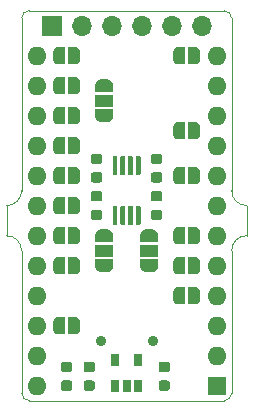
<source format=gbr>
%TF.GenerationSoftware,KiCad,Pcbnew,5.1.4-e60b266~84~ubuntu19.04.1*%
%TF.CreationDate,2020-03-25T19:35:05+00:00*%
%TF.ProjectId,ProMicro_UART,50726f4d-6963-4726-9f5f-554152542e6b,v1.2*%
%TF.SameCoordinates,Original*%
%TF.FileFunction,Soldermask,Bot*%
%TF.FilePolarity,Negative*%
%FSLAX45Y45*%
G04 Gerber Fmt 4.5, Leading zero omitted, Abs format (unit mm)*
G04 Created by KiCad (PCBNEW 5.1.4-e60b266~84~ubuntu19.04.1) date 2020-03-25 19:35:05*
%MOMM*%
%LPD*%
G04 APERTURE LIST*
%ADD10C,0.100000*%
%ADD11C,0.150000*%
%ADD12C,0.875000*%
%ADD13C,0.500000*%
%ADD14C,0.400000*%
%ADD15R,1.500000X1.000000*%
%ADD16R,0.650000X1.060000*%
%ADD17C,0.900000*%
%ADD18O,1.700000X1.700000*%
%ADD19R,1.700000X1.700000*%
%ADD20O,1.600000X1.600000*%
%ADD21R,1.600000X1.600000*%
G04 APERTURE END LIST*
D10*
X10033000Y-7302500D02*
X10033000Y-8763000D01*
X10033000Y-9271000D02*
X10033000Y-10477500D01*
X9906000Y-9144000D02*
G75*
G02X10033000Y-9271000I0J-127000D01*
G01*
X10033000Y-8763000D02*
G75*
G02X9906000Y-8890000I-127000J0D01*
G01*
X9906000Y-9144000D02*
X9906000Y-8890000D01*
X11811000Y-7302500D02*
X11811000Y-8763000D01*
X11938000Y-8890000D02*
X11938000Y-9144000D01*
X11811000Y-9271000D02*
G75*
G02X11938000Y-9144000I127000J0D01*
G01*
X11938000Y-8890000D02*
G75*
G02X11811000Y-8763000I0J127000D01*
G01*
X10096500Y-10541000D02*
G75*
G02X10033000Y-10477500I0J63500D01*
G01*
X11811000Y-10477500D02*
G75*
G02X11747500Y-10541000I-63500J0D01*
G01*
X11747500Y-7239000D02*
G75*
G02X11811000Y-7302500I0J-63500D01*
G01*
X10033000Y-7302500D02*
G75*
G02X10096500Y-7239000I63500J0D01*
G01*
X11747500Y-10541000D02*
X10096500Y-10541000D01*
X11811000Y-9271000D02*
X11811000Y-10477500D01*
X10096500Y-7239000D02*
X11747500Y-7239000D01*
D11*
G36*
X10695769Y-8607605D02*
G01*
X10697893Y-8607920D01*
X10699975Y-8608442D01*
X10701996Y-8609165D01*
X10703937Y-8610083D01*
X10705778Y-8611187D01*
X10707502Y-8612465D01*
X10709093Y-8613907D01*
X10710535Y-8615498D01*
X10711813Y-8617222D01*
X10712917Y-8619063D01*
X10713835Y-8621004D01*
X10714558Y-8623025D01*
X10715080Y-8625107D01*
X10715395Y-8627231D01*
X10715500Y-8629375D01*
X10715500Y-8673125D01*
X10715395Y-8675269D01*
X10715080Y-8677393D01*
X10714558Y-8679475D01*
X10713835Y-8681496D01*
X10712917Y-8683437D01*
X10711813Y-8685278D01*
X10710535Y-8687002D01*
X10709093Y-8688593D01*
X10707502Y-8690035D01*
X10705778Y-8691313D01*
X10703937Y-8692417D01*
X10701996Y-8693335D01*
X10699975Y-8694058D01*
X10697893Y-8694580D01*
X10695769Y-8694895D01*
X10693625Y-8695000D01*
X10642375Y-8695000D01*
X10640231Y-8694895D01*
X10638107Y-8694580D01*
X10636025Y-8694058D01*
X10634004Y-8693335D01*
X10632063Y-8692417D01*
X10630222Y-8691313D01*
X10628498Y-8690035D01*
X10626907Y-8688593D01*
X10625465Y-8687002D01*
X10624187Y-8685278D01*
X10623083Y-8683437D01*
X10622165Y-8681496D01*
X10621442Y-8679475D01*
X10620920Y-8677393D01*
X10620605Y-8675269D01*
X10620500Y-8673125D01*
X10620500Y-8629375D01*
X10620605Y-8627231D01*
X10620920Y-8625107D01*
X10621442Y-8623025D01*
X10622165Y-8621004D01*
X10623083Y-8619063D01*
X10624187Y-8617222D01*
X10625465Y-8615498D01*
X10626907Y-8613907D01*
X10628498Y-8612465D01*
X10630222Y-8611187D01*
X10632063Y-8610083D01*
X10634004Y-8609165D01*
X10636025Y-8608442D01*
X10638107Y-8607920D01*
X10640231Y-8607605D01*
X10642375Y-8607500D01*
X10693625Y-8607500D01*
X10695769Y-8607605D01*
X10695769Y-8607605D01*
G37*
D12*
X10668000Y-8651250D03*
D11*
G36*
X10695769Y-8450105D02*
G01*
X10697893Y-8450420D01*
X10699975Y-8450942D01*
X10701996Y-8451665D01*
X10703937Y-8452583D01*
X10705778Y-8453687D01*
X10707502Y-8454965D01*
X10709093Y-8456407D01*
X10710535Y-8457998D01*
X10711813Y-8459722D01*
X10712917Y-8461563D01*
X10713835Y-8463504D01*
X10714558Y-8465525D01*
X10715080Y-8467607D01*
X10715395Y-8469731D01*
X10715500Y-8471875D01*
X10715500Y-8515625D01*
X10715395Y-8517769D01*
X10715080Y-8519893D01*
X10714558Y-8521975D01*
X10713835Y-8523996D01*
X10712917Y-8525937D01*
X10711813Y-8527778D01*
X10710535Y-8529502D01*
X10709093Y-8531093D01*
X10707502Y-8532535D01*
X10705778Y-8533813D01*
X10703937Y-8534917D01*
X10701996Y-8535835D01*
X10699975Y-8536558D01*
X10697893Y-8537080D01*
X10695769Y-8537395D01*
X10693625Y-8537500D01*
X10642375Y-8537500D01*
X10640231Y-8537395D01*
X10638107Y-8537080D01*
X10636025Y-8536558D01*
X10634004Y-8535835D01*
X10632063Y-8534917D01*
X10630222Y-8533813D01*
X10628498Y-8532535D01*
X10626907Y-8531093D01*
X10625465Y-8529502D01*
X10624187Y-8527778D01*
X10623083Y-8525937D01*
X10622165Y-8523996D01*
X10621442Y-8521975D01*
X10620920Y-8519893D01*
X10620605Y-8517769D01*
X10620500Y-8515625D01*
X10620500Y-8471875D01*
X10620605Y-8469731D01*
X10620920Y-8467607D01*
X10621442Y-8465525D01*
X10622165Y-8463504D01*
X10623083Y-8461563D01*
X10624187Y-8459722D01*
X10625465Y-8457998D01*
X10626907Y-8456407D01*
X10628498Y-8454965D01*
X10630222Y-8453687D01*
X10632063Y-8452583D01*
X10634004Y-8451665D01*
X10636025Y-8450942D01*
X10638107Y-8450420D01*
X10640231Y-8450105D01*
X10642375Y-8450000D01*
X10693625Y-8450000D01*
X10695769Y-8450105D01*
X10695769Y-8450105D01*
G37*
D12*
X10668000Y-8493750D03*
D11*
G36*
X10695769Y-8925105D02*
G01*
X10697893Y-8925420D01*
X10699975Y-8925942D01*
X10701996Y-8926665D01*
X10703937Y-8927583D01*
X10705778Y-8928687D01*
X10707502Y-8929965D01*
X10709093Y-8931407D01*
X10710535Y-8932998D01*
X10711813Y-8934722D01*
X10712917Y-8936563D01*
X10713835Y-8938504D01*
X10714558Y-8940525D01*
X10715080Y-8942607D01*
X10715395Y-8944731D01*
X10715500Y-8946875D01*
X10715500Y-8990625D01*
X10715395Y-8992769D01*
X10715080Y-8994893D01*
X10714558Y-8996975D01*
X10713835Y-8998996D01*
X10712917Y-9000937D01*
X10711813Y-9002778D01*
X10710535Y-9004502D01*
X10709093Y-9006093D01*
X10707502Y-9007535D01*
X10705778Y-9008813D01*
X10703937Y-9009917D01*
X10701996Y-9010835D01*
X10699975Y-9011558D01*
X10697893Y-9012080D01*
X10695769Y-9012395D01*
X10693625Y-9012500D01*
X10642375Y-9012500D01*
X10640231Y-9012395D01*
X10638107Y-9012080D01*
X10636025Y-9011558D01*
X10634004Y-9010835D01*
X10632063Y-9009917D01*
X10630222Y-9008813D01*
X10628498Y-9007535D01*
X10626907Y-9006093D01*
X10625465Y-9004502D01*
X10624187Y-9002778D01*
X10623083Y-9000937D01*
X10622165Y-8998996D01*
X10621442Y-8996975D01*
X10620920Y-8994893D01*
X10620605Y-8992769D01*
X10620500Y-8990625D01*
X10620500Y-8946875D01*
X10620605Y-8944731D01*
X10620920Y-8942607D01*
X10621442Y-8940525D01*
X10622165Y-8938504D01*
X10623083Y-8936563D01*
X10624187Y-8934722D01*
X10625465Y-8932998D01*
X10626907Y-8931407D01*
X10628498Y-8929965D01*
X10630222Y-8928687D01*
X10632063Y-8927583D01*
X10634004Y-8926665D01*
X10636025Y-8925942D01*
X10638107Y-8925420D01*
X10640231Y-8925105D01*
X10642375Y-8925000D01*
X10693625Y-8925000D01*
X10695769Y-8925105D01*
X10695769Y-8925105D01*
G37*
D12*
X10668000Y-8968750D03*
D11*
G36*
X10695769Y-8767605D02*
G01*
X10697893Y-8767920D01*
X10699975Y-8768442D01*
X10701996Y-8769165D01*
X10703937Y-8770083D01*
X10705778Y-8771187D01*
X10707502Y-8772465D01*
X10709093Y-8773907D01*
X10710535Y-8775498D01*
X10711813Y-8777222D01*
X10712917Y-8779063D01*
X10713835Y-8781004D01*
X10714558Y-8783025D01*
X10715080Y-8785107D01*
X10715395Y-8787231D01*
X10715500Y-8789375D01*
X10715500Y-8833125D01*
X10715395Y-8835269D01*
X10715080Y-8837393D01*
X10714558Y-8839475D01*
X10713835Y-8841496D01*
X10712917Y-8843437D01*
X10711813Y-8845278D01*
X10710535Y-8847002D01*
X10709093Y-8848593D01*
X10707502Y-8850035D01*
X10705778Y-8851313D01*
X10703937Y-8852417D01*
X10701996Y-8853335D01*
X10699975Y-8854058D01*
X10697893Y-8854580D01*
X10695769Y-8854895D01*
X10693625Y-8855000D01*
X10642375Y-8855000D01*
X10640231Y-8854895D01*
X10638107Y-8854580D01*
X10636025Y-8854058D01*
X10634004Y-8853335D01*
X10632063Y-8852417D01*
X10630222Y-8851313D01*
X10628498Y-8850035D01*
X10626907Y-8848593D01*
X10625465Y-8847002D01*
X10624187Y-8845278D01*
X10623083Y-8843437D01*
X10622165Y-8841496D01*
X10621442Y-8839475D01*
X10620920Y-8837393D01*
X10620605Y-8835269D01*
X10620500Y-8833125D01*
X10620500Y-8789375D01*
X10620605Y-8787231D01*
X10620920Y-8785107D01*
X10621442Y-8783025D01*
X10622165Y-8781004D01*
X10623083Y-8779063D01*
X10624187Y-8777222D01*
X10625465Y-8775498D01*
X10626907Y-8773907D01*
X10628498Y-8772465D01*
X10630222Y-8771187D01*
X10632063Y-8770083D01*
X10634004Y-8769165D01*
X10636025Y-8768442D01*
X10638107Y-8767920D01*
X10640231Y-8767605D01*
X10642375Y-8767500D01*
X10693625Y-8767500D01*
X10695769Y-8767605D01*
X10695769Y-8767605D01*
G37*
D12*
X10668000Y-8811250D03*
D11*
G36*
X11203769Y-8450105D02*
G01*
X11205893Y-8450420D01*
X11207975Y-8450942D01*
X11209996Y-8451665D01*
X11211937Y-8452583D01*
X11213778Y-8453687D01*
X11215502Y-8454965D01*
X11217093Y-8456407D01*
X11218535Y-8457998D01*
X11219813Y-8459722D01*
X11220917Y-8461563D01*
X11221835Y-8463504D01*
X11222558Y-8465525D01*
X11223080Y-8467607D01*
X11223395Y-8469731D01*
X11223500Y-8471875D01*
X11223500Y-8515625D01*
X11223395Y-8517769D01*
X11223080Y-8519893D01*
X11222558Y-8521975D01*
X11221835Y-8523996D01*
X11220917Y-8525937D01*
X11219813Y-8527778D01*
X11218535Y-8529502D01*
X11217093Y-8531093D01*
X11215502Y-8532535D01*
X11213778Y-8533813D01*
X11211937Y-8534917D01*
X11209996Y-8535835D01*
X11207975Y-8536558D01*
X11205893Y-8537080D01*
X11203769Y-8537395D01*
X11201625Y-8537500D01*
X11150375Y-8537500D01*
X11148231Y-8537395D01*
X11146107Y-8537080D01*
X11144025Y-8536558D01*
X11142004Y-8535835D01*
X11140063Y-8534917D01*
X11138222Y-8533813D01*
X11136498Y-8532535D01*
X11134907Y-8531093D01*
X11133465Y-8529502D01*
X11132187Y-8527778D01*
X11131083Y-8525937D01*
X11130165Y-8523996D01*
X11129442Y-8521975D01*
X11128920Y-8519893D01*
X11128605Y-8517769D01*
X11128500Y-8515625D01*
X11128500Y-8471875D01*
X11128605Y-8469731D01*
X11128920Y-8467607D01*
X11129442Y-8465525D01*
X11130165Y-8463504D01*
X11131083Y-8461563D01*
X11132187Y-8459722D01*
X11133465Y-8457998D01*
X11134907Y-8456407D01*
X11136498Y-8454965D01*
X11138222Y-8453687D01*
X11140063Y-8452583D01*
X11142004Y-8451665D01*
X11144025Y-8450942D01*
X11146107Y-8450420D01*
X11148231Y-8450105D01*
X11150375Y-8450000D01*
X11201625Y-8450000D01*
X11203769Y-8450105D01*
X11203769Y-8450105D01*
G37*
D12*
X11176000Y-8493750D03*
D11*
G36*
X11203769Y-8607605D02*
G01*
X11205893Y-8607920D01*
X11207975Y-8608442D01*
X11209996Y-8609165D01*
X11211937Y-8610083D01*
X11213778Y-8611187D01*
X11215502Y-8612465D01*
X11217093Y-8613907D01*
X11218535Y-8615498D01*
X11219813Y-8617222D01*
X11220917Y-8619063D01*
X11221835Y-8621004D01*
X11222558Y-8623025D01*
X11223080Y-8625107D01*
X11223395Y-8627231D01*
X11223500Y-8629375D01*
X11223500Y-8673125D01*
X11223395Y-8675269D01*
X11223080Y-8677393D01*
X11222558Y-8679475D01*
X11221835Y-8681496D01*
X11220917Y-8683437D01*
X11219813Y-8685278D01*
X11218535Y-8687002D01*
X11217093Y-8688593D01*
X11215502Y-8690035D01*
X11213778Y-8691313D01*
X11211937Y-8692417D01*
X11209996Y-8693335D01*
X11207975Y-8694058D01*
X11205893Y-8694580D01*
X11203769Y-8694895D01*
X11201625Y-8695000D01*
X11150375Y-8695000D01*
X11148231Y-8694895D01*
X11146107Y-8694580D01*
X11144025Y-8694058D01*
X11142004Y-8693335D01*
X11140063Y-8692417D01*
X11138222Y-8691313D01*
X11136498Y-8690035D01*
X11134907Y-8688593D01*
X11133465Y-8687002D01*
X11132187Y-8685278D01*
X11131083Y-8683437D01*
X11130165Y-8681496D01*
X11129442Y-8679475D01*
X11128920Y-8677393D01*
X11128605Y-8675269D01*
X11128500Y-8673125D01*
X11128500Y-8629375D01*
X11128605Y-8627231D01*
X11128920Y-8625107D01*
X11129442Y-8623025D01*
X11130165Y-8621004D01*
X11131083Y-8619063D01*
X11132187Y-8617222D01*
X11133465Y-8615498D01*
X11134907Y-8613907D01*
X11136498Y-8612465D01*
X11138222Y-8611187D01*
X11140063Y-8610083D01*
X11142004Y-8609165D01*
X11144025Y-8608442D01*
X11146107Y-8607920D01*
X11148231Y-8607605D01*
X11150375Y-8607500D01*
X11201625Y-8607500D01*
X11203769Y-8607605D01*
X11203769Y-8607605D01*
G37*
D12*
X11176000Y-8651250D03*
D11*
G36*
X11203769Y-8767605D02*
G01*
X11205893Y-8767920D01*
X11207975Y-8768442D01*
X11209996Y-8769165D01*
X11211937Y-8770083D01*
X11213778Y-8771187D01*
X11215502Y-8772465D01*
X11217093Y-8773907D01*
X11218535Y-8775498D01*
X11219813Y-8777222D01*
X11220917Y-8779063D01*
X11221835Y-8781004D01*
X11222558Y-8783025D01*
X11223080Y-8785107D01*
X11223395Y-8787231D01*
X11223500Y-8789375D01*
X11223500Y-8833125D01*
X11223395Y-8835269D01*
X11223080Y-8837393D01*
X11222558Y-8839475D01*
X11221835Y-8841496D01*
X11220917Y-8843437D01*
X11219813Y-8845278D01*
X11218535Y-8847002D01*
X11217093Y-8848593D01*
X11215502Y-8850035D01*
X11213778Y-8851313D01*
X11211937Y-8852417D01*
X11209996Y-8853335D01*
X11207975Y-8854058D01*
X11205893Y-8854580D01*
X11203769Y-8854895D01*
X11201625Y-8855000D01*
X11150375Y-8855000D01*
X11148231Y-8854895D01*
X11146107Y-8854580D01*
X11144025Y-8854058D01*
X11142004Y-8853335D01*
X11140063Y-8852417D01*
X11138222Y-8851313D01*
X11136498Y-8850035D01*
X11134907Y-8848593D01*
X11133465Y-8847002D01*
X11132187Y-8845278D01*
X11131083Y-8843437D01*
X11130165Y-8841496D01*
X11129442Y-8839475D01*
X11128920Y-8837393D01*
X11128605Y-8835269D01*
X11128500Y-8833125D01*
X11128500Y-8789375D01*
X11128605Y-8787231D01*
X11128920Y-8785107D01*
X11129442Y-8783025D01*
X11130165Y-8781004D01*
X11131083Y-8779063D01*
X11132187Y-8777222D01*
X11133465Y-8775498D01*
X11134907Y-8773907D01*
X11136498Y-8772465D01*
X11138222Y-8771187D01*
X11140063Y-8770083D01*
X11142004Y-8769165D01*
X11144025Y-8768442D01*
X11146107Y-8767920D01*
X11148231Y-8767605D01*
X11150375Y-8767500D01*
X11201625Y-8767500D01*
X11203769Y-8767605D01*
X11203769Y-8767605D01*
G37*
D12*
X11176000Y-8811250D03*
D11*
G36*
X11203769Y-8925105D02*
G01*
X11205893Y-8925420D01*
X11207975Y-8925942D01*
X11209996Y-8926665D01*
X11211937Y-8927583D01*
X11213778Y-8928687D01*
X11215502Y-8929965D01*
X11217093Y-8931407D01*
X11218535Y-8932998D01*
X11219813Y-8934722D01*
X11220917Y-8936563D01*
X11221835Y-8938504D01*
X11222558Y-8940525D01*
X11223080Y-8942607D01*
X11223395Y-8944731D01*
X11223500Y-8946875D01*
X11223500Y-8990625D01*
X11223395Y-8992769D01*
X11223080Y-8994893D01*
X11222558Y-8996975D01*
X11221835Y-8998996D01*
X11220917Y-9000937D01*
X11219813Y-9002778D01*
X11218535Y-9004502D01*
X11217093Y-9006093D01*
X11215502Y-9007535D01*
X11213778Y-9008813D01*
X11211937Y-9009917D01*
X11209996Y-9010835D01*
X11207975Y-9011558D01*
X11205893Y-9012080D01*
X11203769Y-9012395D01*
X11201625Y-9012500D01*
X11150375Y-9012500D01*
X11148231Y-9012395D01*
X11146107Y-9012080D01*
X11144025Y-9011558D01*
X11142004Y-9010835D01*
X11140063Y-9009917D01*
X11138222Y-9008813D01*
X11136498Y-9007535D01*
X11134907Y-9006093D01*
X11133465Y-9004502D01*
X11132187Y-9002778D01*
X11131083Y-9000937D01*
X11130165Y-8998996D01*
X11129442Y-8996975D01*
X11128920Y-8994893D01*
X11128605Y-8992769D01*
X11128500Y-8990625D01*
X11128500Y-8946875D01*
X11128605Y-8944731D01*
X11128920Y-8942607D01*
X11129442Y-8940525D01*
X11130165Y-8938504D01*
X11131083Y-8936563D01*
X11132187Y-8934722D01*
X11133465Y-8932998D01*
X11134907Y-8931407D01*
X11136498Y-8929965D01*
X11138222Y-8928687D01*
X11140063Y-8927583D01*
X11142004Y-8926665D01*
X11144025Y-8925942D01*
X11146107Y-8925420D01*
X11148231Y-8925105D01*
X11150375Y-8925000D01*
X11201625Y-8925000D01*
X11203769Y-8925105D01*
X11203769Y-8925105D01*
G37*
D12*
X11176000Y-8968750D03*
D13*
X11365000Y-8255000D03*
D11*
G36*
X11365000Y-8329940D02*
G01*
X11362547Y-8329940D01*
X11357663Y-8329459D01*
X11352851Y-8328502D01*
X11348155Y-8327077D01*
X11343622Y-8325199D01*
X11339295Y-8322886D01*
X11335215Y-8320160D01*
X11331422Y-8317048D01*
X11327952Y-8313578D01*
X11324840Y-8309785D01*
X11322114Y-8305705D01*
X11319800Y-8301378D01*
X11317923Y-8296844D01*
X11316498Y-8292149D01*
X11315541Y-8287336D01*
X11315060Y-8282453D01*
X11315060Y-8280000D01*
X11315000Y-8280000D01*
X11315000Y-8230000D01*
X11315060Y-8230000D01*
X11315060Y-8227547D01*
X11315541Y-8222663D01*
X11316498Y-8217851D01*
X11317923Y-8213155D01*
X11319800Y-8208622D01*
X11322114Y-8204295D01*
X11324840Y-8200215D01*
X11327952Y-8196422D01*
X11331422Y-8192952D01*
X11335215Y-8189840D01*
X11339295Y-8187114D01*
X11343622Y-8184800D01*
X11348155Y-8182923D01*
X11352851Y-8181498D01*
X11357663Y-8180541D01*
X11362547Y-8180060D01*
X11365000Y-8180060D01*
X11365000Y-8180000D01*
X11415000Y-8180000D01*
X11415000Y-8330000D01*
X11365000Y-8330000D01*
X11365000Y-8329940D01*
X11365000Y-8329940D01*
G37*
D13*
X11495000Y-8255000D03*
D11*
G36*
X11445000Y-8180000D02*
G01*
X11495000Y-8180000D01*
X11495000Y-8180060D01*
X11497453Y-8180060D01*
X11502336Y-8180541D01*
X11507149Y-8181498D01*
X11511844Y-8182923D01*
X11516378Y-8184800D01*
X11520705Y-8187114D01*
X11524785Y-8189840D01*
X11528578Y-8192952D01*
X11532048Y-8196422D01*
X11535160Y-8200215D01*
X11537886Y-8204295D01*
X11540199Y-8208622D01*
X11542077Y-8213155D01*
X11543502Y-8217851D01*
X11544459Y-8222663D01*
X11544940Y-8227547D01*
X11544940Y-8230000D01*
X11545000Y-8230000D01*
X11545000Y-8280000D01*
X11544940Y-8280000D01*
X11544940Y-8282453D01*
X11544459Y-8287336D01*
X11543502Y-8292149D01*
X11542077Y-8296844D01*
X11540199Y-8301378D01*
X11537886Y-8305705D01*
X11535160Y-8309785D01*
X11532048Y-8313578D01*
X11528578Y-8317048D01*
X11524785Y-8320160D01*
X11520705Y-8322886D01*
X11516378Y-8325199D01*
X11511844Y-8327077D01*
X11507149Y-8328502D01*
X11502336Y-8329459D01*
X11497453Y-8329940D01*
X11495000Y-8329940D01*
X11495000Y-8330000D01*
X11445000Y-8330000D01*
X11445000Y-8180000D01*
X11445000Y-8180000D01*
G37*
D13*
X10349000Y-9906000D03*
D11*
G36*
X10349000Y-9980940D02*
G01*
X10346547Y-9980940D01*
X10341664Y-9980459D01*
X10336851Y-9979502D01*
X10332156Y-9978077D01*
X10327622Y-9976200D01*
X10323295Y-9973886D01*
X10319215Y-9971160D01*
X10315422Y-9968048D01*
X10311952Y-9964578D01*
X10308840Y-9960785D01*
X10306114Y-9956705D01*
X10303801Y-9952378D01*
X10301923Y-9947845D01*
X10300498Y-9943149D01*
X10299541Y-9938337D01*
X10299060Y-9933453D01*
X10299060Y-9931000D01*
X10299000Y-9931000D01*
X10299000Y-9881000D01*
X10299060Y-9881000D01*
X10299060Y-9878547D01*
X10299541Y-9873664D01*
X10300498Y-9868851D01*
X10301923Y-9864156D01*
X10303801Y-9859622D01*
X10306114Y-9855295D01*
X10308840Y-9851215D01*
X10311952Y-9847422D01*
X10315422Y-9843952D01*
X10319215Y-9840840D01*
X10323295Y-9838114D01*
X10327622Y-9835801D01*
X10332156Y-9833923D01*
X10336851Y-9832498D01*
X10341664Y-9831541D01*
X10346547Y-9831060D01*
X10349000Y-9831060D01*
X10349000Y-9831000D01*
X10399000Y-9831000D01*
X10399000Y-9981000D01*
X10349000Y-9981000D01*
X10349000Y-9980940D01*
X10349000Y-9980940D01*
G37*
D13*
X10479000Y-9906000D03*
D11*
G36*
X10429000Y-9831000D02*
G01*
X10479000Y-9831000D01*
X10479000Y-9831060D01*
X10481453Y-9831060D01*
X10486337Y-9831541D01*
X10491149Y-9832498D01*
X10495845Y-9833923D01*
X10500378Y-9835801D01*
X10504705Y-9838114D01*
X10508785Y-9840840D01*
X10512578Y-9843952D01*
X10516048Y-9847422D01*
X10519160Y-9851215D01*
X10521886Y-9855295D01*
X10524200Y-9859622D01*
X10526077Y-9864156D01*
X10527502Y-9868851D01*
X10528459Y-9873664D01*
X10528940Y-9878547D01*
X10528940Y-9881000D01*
X10529000Y-9881000D01*
X10529000Y-9931000D01*
X10528940Y-9931000D01*
X10528940Y-9933453D01*
X10528459Y-9938337D01*
X10527502Y-9943149D01*
X10526077Y-9947845D01*
X10524200Y-9952378D01*
X10521886Y-9956705D01*
X10519160Y-9960785D01*
X10516048Y-9964578D01*
X10512578Y-9968048D01*
X10508785Y-9971160D01*
X10504705Y-9973886D01*
X10500378Y-9976200D01*
X10495845Y-9978077D01*
X10491149Y-9979502D01*
X10486337Y-9980459D01*
X10481453Y-9980940D01*
X10479000Y-9980940D01*
X10479000Y-9981000D01*
X10429000Y-9981000D01*
X10429000Y-9831000D01*
X10429000Y-9831000D01*
G37*
G36*
X11030480Y-8470548D02*
G01*
X11031451Y-8470692D01*
X11032403Y-8470931D01*
X11033327Y-8471261D01*
X11034214Y-8471681D01*
X11035056Y-8472185D01*
X11035844Y-8472770D01*
X11036571Y-8473429D01*
X11037230Y-8474156D01*
X11037815Y-8474944D01*
X11038319Y-8475786D01*
X11038739Y-8476673D01*
X11039069Y-8477597D01*
X11039308Y-8478549D01*
X11039452Y-8479520D01*
X11039500Y-8480500D01*
X11039500Y-8623000D01*
X11039452Y-8623980D01*
X11039308Y-8624951D01*
X11039069Y-8625903D01*
X11038739Y-8626827D01*
X11038319Y-8627714D01*
X11037815Y-8628556D01*
X11037230Y-8629344D01*
X11036571Y-8630071D01*
X11035844Y-8630730D01*
X11035056Y-8631315D01*
X11034214Y-8631819D01*
X11033327Y-8632239D01*
X11032403Y-8632569D01*
X11031451Y-8632808D01*
X11030480Y-8632952D01*
X11029500Y-8633000D01*
X11009500Y-8633000D01*
X11008520Y-8632952D01*
X11007549Y-8632808D01*
X11006597Y-8632569D01*
X11005673Y-8632239D01*
X11004786Y-8631819D01*
X11003944Y-8631315D01*
X11003156Y-8630730D01*
X11002429Y-8630071D01*
X11001770Y-8629344D01*
X11001185Y-8628556D01*
X11000681Y-8627714D01*
X11000261Y-8626827D01*
X10999931Y-8625903D01*
X10999692Y-8624951D01*
X10999548Y-8623980D01*
X10999500Y-8623000D01*
X10999500Y-8480500D01*
X10999548Y-8479520D01*
X10999692Y-8478549D01*
X10999931Y-8477597D01*
X11000261Y-8476673D01*
X11000681Y-8475786D01*
X11001185Y-8474944D01*
X11001770Y-8474156D01*
X11002429Y-8473429D01*
X11003156Y-8472770D01*
X11003944Y-8472185D01*
X11004786Y-8471681D01*
X11005673Y-8471261D01*
X11006597Y-8470931D01*
X11007549Y-8470692D01*
X11008520Y-8470548D01*
X11009500Y-8470500D01*
X11029500Y-8470500D01*
X11030480Y-8470548D01*
X11030480Y-8470548D01*
G37*
D14*
X11019500Y-8551750D03*
D11*
G36*
X10965480Y-8470548D02*
G01*
X10966451Y-8470692D01*
X10967403Y-8470931D01*
X10968327Y-8471261D01*
X10969214Y-8471681D01*
X10970056Y-8472185D01*
X10970844Y-8472770D01*
X10971571Y-8473429D01*
X10972230Y-8474156D01*
X10972815Y-8474944D01*
X10973319Y-8475786D01*
X10973739Y-8476673D01*
X10974069Y-8477597D01*
X10974308Y-8478549D01*
X10974452Y-8479520D01*
X10974500Y-8480500D01*
X10974500Y-8623000D01*
X10974452Y-8623980D01*
X10974308Y-8624951D01*
X10974069Y-8625903D01*
X10973739Y-8626827D01*
X10973319Y-8627714D01*
X10972815Y-8628556D01*
X10972230Y-8629344D01*
X10971571Y-8630071D01*
X10970844Y-8630730D01*
X10970056Y-8631315D01*
X10969214Y-8631819D01*
X10968327Y-8632239D01*
X10967403Y-8632569D01*
X10966451Y-8632808D01*
X10965480Y-8632952D01*
X10964500Y-8633000D01*
X10944500Y-8633000D01*
X10943520Y-8632952D01*
X10942549Y-8632808D01*
X10941597Y-8632569D01*
X10940673Y-8632239D01*
X10939786Y-8631819D01*
X10938944Y-8631315D01*
X10938156Y-8630730D01*
X10937429Y-8630071D01*
X10936770Y-8629344D01*
X10936185Y-8628556D01*
X10935681Y-8627714D01*
X10935261Y-8626827D01*
X10934931Y-8625903D01*
X10934692Y-8624951D01*
X10934548Y-8623980D01*
X10934500Y-8623000D01*
X10934500Y-8480500D01*
X10934548Y-8479520D01*
X10934692Y-8478549D01*
X10934931Y-8477597D01*
X10935261Y-8476673D01*
X10935681Y-8475786D01*
X10936185Y-8474944D01*
X10936770Y-8474156D01*
X10937429Y-8473429D01*
X10938156Y-8472770D01*
X10938944Y-8472185D01*
X10939786Y-8471681D01*
X10940673Y-8471261D01*
X10941597Y-8470931D01*
X10942549Y-8470692D01*
X10943520Y-8470548D01*
X10944500Y-8470500D01*
X10964500Y-8470500D01*
X10965480Y-8470548D01*
X10965480Y-8470548D01*
G37*
D14*
X10954500Y-8551750D03*
D11*
G36*
X10900480Y-8470548D02*
G01*
X10901451Y-8470692D01*
X10902403Y-8470931D01*
X10903327Y-8471261D01*
X10904214Y-8471681D01*
X10905056Y-8472185D01*
X10905844Y-8472770D01*
X10906571Y-8473429D01*
X10907230Y-8474156D01*
X10907815Y-8474944D01*
X10908319Y-8475786D01*
X10908739Y-8476673D01*
X10909069Y-8477597D01*
X10909308Y-8478549D01*
X10909452Y-8479520D01*
X10909500Y-8480500D01*
X10909500Y-8623000D01*
X10909452Y-8623980D01*
X10909308Y-8624951D01*
X10909069Y-8625903D01*
X10908739Y-8626827D01*
X10908319Y-8627714D01*
X10907815Y-8628556D01*
X10907230Y-8629344D01*
X10906571Y-8630071D01*
X10905844Y-8630730D01*
X10905056Y-8631315D01*
X10904214Y-8631819D01*
X10903327Y-8632239D01*
X10902403Y-8632569D01*
X10901451Y-8632808D01*
X10900480Y-8632952D01*
X10899500Y-8633000D01*
X10879500Y-8633000D01*
X10878520Y-8632952D01*
X10877549Y-8632808D01*
X10876597Y-8632569D01*
X10875673Y-8632239D01*
X10874786Y-8631819D01*
X10873944Y-8631315D01*
X10873156Y-8630730D01*
X10872429Y-8630071D01*
X10871770Y-8629344D01*
X10871185Y-8628556D01*
X10870681Y-8627714D01*
X10870261Y-8626827D01*
X10869931Y-8625903D01*
X10869692Y-8624951D01*
X10869548Y-8623980D01*
X10869500Y-8623000D01*
X10869500Y-8480500D01*
X10869548Y-8479520D01*
X10869692Y-8478549D01*
X10869931Y-8477597D01*
X10870261Y-8476673D01*
X10870681Y-8475786D01*
X10871185Y-8474944D01*
X10871770Y-8474156D01*
X10872429Y-8473429D01*
X10873156Y-8472770D01*
X10873944Y-8472185D01*
X10874786Y-8471681D01*
X10875673Y-8471261D01*
X10876597Y-8470931D01*
X10877549Y-8470692D01*
X10878520Y-8470548D01*
X10879500Y-8470500D01*
X10899500Y-8470500D01*
X10900480Y-8470548D01*
X10900480Y-8470548D01*
G37*
D14*
X10889500Y-8551750D03*
D11*
G36*
X10835480Y-8470548D02*
G01*
X10836451Y-8470692D01*
X10837403Y-8470931D01*
X10838327Y-8471261D01*
X10839214Y-8471681D01*
X10840056Y-8472185D01*
X10840844Y-8472770D01*
X10841571Y-8473429D01*
X10842230Y-8474156D01*
X10842815Y-8474944D01*
X10843319Y-8475786D01*
X10843739Y-8476673D01*
X10844069Y-8477597D01*
X10844308Y-8478549D01*
X10844452Y-8479520D01*
X10844500Y-8480500D01*
X10844500Y-8623000D01*
X10844452Y-8623980D01*
X10844308Y-8624951D01*
X10844069Y-8625903D01*
X10843739Y-8626827D01*
X10843319Y-8627714D01*
X10842815Y-8628556D01*
X10842230Y-8629344D01*
X10841571Y-8630071D01*
X10840844Y-8630730D01*
X10840056Y-8631315D01*
X10839214Y-8631819D01*
X10838327Y-8632239D01*
X10837403Y-8632569D01*
X10836451Y-8632808D01*
X10835480Y-8632952D01*
X10834500Y-8633000D01*
X10814500Y-8633000D01*
X10813520Y-8632952D01*
X10812549Y-8632808D01*
X10811597Y-8632569D01*
X10810673Y-8632239D01*
X10809786Y-8631819D01*
X10808944Y-8631315D01*
X10808156Y-8630730D01*
X10807429Y-8630071D01*
X10806770Y-8629344D01*
X10806185Y-8628556D01*
X10805681Y-8627714D01*
X10805261Y-8626827D01*
X10804931Y-8625903D01*
X10804692Y-8624951D01*
X10804548Y-8623980D01*
X10804500Y-8623000D01*
X10804500Y-8480500D01*
X10804548Y-8479520D01*
X10804692Y-8478549D01*
X10804931Y-8477597D01*
X10805261Y-8476673D01*
X10805681Y-8475786D01*
X10806185Y-8474944D01*
X10806770Y-8474156D01*
X10807429Y-8473429D01*
X10808156Y-8472770D01*
X10808944Y-8472185D01*
X10809786Y-8471681D01*
X10810673Y-8471261D01*
X10811597Y-8470931D01*
X10812549Y-8470692D01*
X10813520Y-8470548D01*
X10814500Y-8470500D01*
X10834500Y-8470500D01*
X10835480Y-8470548D01*
X10835480Y-8470548D01*
G37*
D14*
X10824500Y-8551750D03*
D11*
G36*
X10835480Y-8893048D02*
G01*
X10836451Y-8893192D01*
X10837403Y-8893431D01*
X10838327Y-8893761D01*
X10839214Y-8894181D01*
X10840056Y-8894685D01*
X10840844Y-8895270D01*
X10841571Y-8895929D01*
X10842230Y-8896656D01*
X10842815Y-8897444D01*
X10843319Y-8898286D01*
X10843739Y-8899173D01*
X10844069Y-8900097D01*
X10844308Y-8901049D01*
X10844452Y-8902020D01*
X10844500Y-8903000D01*
X10844500Y-9045500D01*
X10844452Y-9046480D01*
X10844308Y-9047451D01*
X10844069Y-9048403D01*
X10843739Y-9049327D01*
X10843319Y-9050214D01*
X10842815Y-9051056D01*
X10842230Y-9051844D01*
X10841571Y-9052571D01*
X10840844Y-9053230D01*
X10840056Y-9053815D01*
X10839214Y-9054319D01*
X10838327Y-9054739D01*
X10837403Y-9055069D01*
X10836451Y-9055308D01*
X10835480Y-9055452D01*
X10834500Y-9055500D01*
X10814500Y-9055500D01*
X10813520Y-9055452D01*
X10812549Y-9055308D01*
X10811597Y-9055069D01*
X10810673Y-9054739D01*
X10809786Y-9054319D01*
X10808944Y-9053815D01*
X10808156Y-9053230D01*
X10807429Y-9052571D01*
X10806770Y-9051844D01*
X10806185Y-9051056D01*
X10805681Y-9050214D01*
X10805261Y-9049327D01*
X10804931Y-9048403D01*
X10804692Y-9047451D01*
X10804548Y-9046480D01*
X10804500Y-9045500D01*
X10804500Y-8903000D01*
X10804548Y-8902020D01*
X10804692Y-8901049D01*
X10804931Y-8900097D01*
X10805261Y-8899173D01*
X10805681Y-8898286D01*
X10806185Y-8897444D01*
X10806770Y-8896656D01*
X10807429Y-8895929D01*
X10808156Y-8895270D01*
X10808944Y-8894685D01*
X10809786Y-8894181D01*
X10810673Y-8893761D01*
X10811597Y-8893431D01*
X10812549Y-8893192D01*
X10813520Y-8893048D01*
X10814500Y-8893000D01*
X10834500Y-8893000D01*
X10835480Y-8893048D01*
X10835480Y-8893048D01*
G37*
D14*
X10824500Y-8974250D03*
D11*
G36*
X10900480Y-8893048D02*
G01*
X10901451Y-8893192D01*
X10902403Y-8893431D01*
X10903327Y-8893761D01*
X10904214Y-8894181D01*
X10905056Y-8894685D01*
X10905844Y-8895270D01*
X10906571Y-8895929D01*
X10907230Y-8896656D01*
X10907815Y-8897444D01*
X10908319Y-8898286D01*
X10908739Y-8899173D01*
X10909069Y-8900097D01*
X10909308Y-8901049D01*
X10909452Y-8902020D01*
X10909500Y-8903000D01*
X10909500Y-9045500D01*
X10909452Y-9046480D01*
X10909308Y-9047451D01*
X10909069Y-9048403D01*
X10908739Y-9049327D01*
X10908319Y-9050214D01*
X10907815Y-9051056D01*
X10907230Y-9051844D01*
X10906571Y-9052571D01*
X10905844Y-9053230D01*
X10905056Y-9053815D01*
X10904214Y-9054319D01*
X10903327Y-9054739D01*
X10902403Y-9055069D01*
X10901451Y-9055308D01*
X10900480Y-9055452D01*
X10899500Y-9055500D01*
X10879500Y-9055500D01*
X10878520Y-9055452D01*
X10877549Y-9055308D01*
X10876597Y-9055069D01*
X10875673Y-9054739D01*
X10874786Y-9054319D01*
X10873944Y-9053815D01*
X10873156Y-9053230D01*
X10872429Y-9052571D01*
X10871770Y-9051844D01*
X10871185Y-9051056D01*
X10870681Y-9050214D01*
X10870261Y-9049327D01*
X10869931Y-9048403D01*
X10869692Y-9047451D01*
X10869548Y-9046480D01*
X10869500Y-9045500D01*
X10869500Y-8903000D01*
X10869548Y-8902020D01*
X10869692Y-8901049D01*
X10869931Y-8900097D01*
X10870261Y-8899173D01*
X10870681Y-8898286D01*
X10871185Y-8897444D01*
X10871770Y-8896656D01*
X10872429Y-8895929D01*
X10873156Y-8895270D01*
X10873944Y-8894685D01*
X10874786Y-8894181D01*
X10875673Y-8893761D01*
X10876597Y-8893431D01*
X10877549Y-8893192D01*
X10878520Y-8893048D01*
X10879500Y-8893000D01*
X10899500Y-8893000D01*
X10900480Y-8893048D01*
X10900480Y-8893048D01*
G37*
D14*
X10889500Y-8974250D03*
D11*
G36*
X10965480Y-8893048D02*
G01*
X10966451Y-8893192D01*
X10967403Y-8893431D01*
X10968327Y-8893761D01*
X10969214Y-8894181D01*
X10970056Y-8894685D01*
X10970844Y-8895270D01*
X10971571Y-8895929D01*
X10972230Y-8896656D01*
X10972815Y-8897444D01*
X10973319Y-8898286D01*
X10973739Y-8899173D01*
X10974069Y-8900097D01*
X10974308Y-8901049D01*
X10974452Y-8902020D01*
X10974500Y-8903000D01*
X10974500Y-9045500D01*
X10974452Y-9046480D01*
X10974308Y-9047451D01*
X10974069Y-9048403D01*
X10973739Y-9049327D01*
X10973319Y-9050214D01*
X10972815Y-9051056D01*
X10972230Y-9051844D01*
X10971571Y-9052571D01*
X10970844Y-9053230D01*
X10970056Y-9053815D01*
X10969214Y-9054319D01*
X10968327Y-9054739D01*
X10967403Y-9055069D01*
X10966451Y-9055308D01*
X10965480Y-9055452D01*
X10964500Y-9055500D01*
X10944500Y-9055500D01*
X10943520Y-9055452D01*
X10942549Y-9055308D01*
X10941597Y-9055069D01*
X10940673Y-9054739D01*
X10939786Y-9054319D01*
X10938944Y-9053815D01*
X10938156Y-9053230D01*
X10937429Y-9052571D01*
X10936770Y-9051844D01*
X10936185Y-9051056D01*
X10935681Y-9050214D01*
X10935261Y-9049327D01*
X10934931Y-9048403D01*
X10934692Y-9047451D01*
X10934548Y-9046480D01*
X10934500Y-9045500D01*
X10934500Y-8903000D01*
X10934548Y-8902020D01*
X10934692Y-8901049D01*
X10934931Y-8900097D01*
X10935261Y-8899173D01*
X10935681Y-8898286D01*
X10936185Y-8897444D01*
X10936770Y-8896656D01*
X10937429Y-8895929D01*
X10938156Y-8895270D01*
X10938944Y-8894685D01*
X10939786Y-8894181D01*
X10940673Y-8893761D01*
X10941597Y-8893431D01*
X10942549Y-8893192D01*
X10943520Y-8893048D01*
X10944500Y-8893000D01*
X10964500Y-8893000D01*
X10965480Y-8893048D01*
X10965480Y-8893048D01*
G37*
D14*
X10954500Y-8974250D03*
D11*
G36*
X11030480Y-8893048D02*
G01*
X11031451Y-8893192D01*
X11032403Y-8893431D01*
X11033327Y-8893761D01*
X11034214Y-8894181D01*
X11035056Y-8894685D01*
X11035844Y-8895270D01*
X11036571Y-8895929D01*
X11037230Y-8896656D01*
X11037815Y-8897444D01*
X11038319Y-8898286D01*
X11038739Y-8899173D01*
X11039069Y-8900097D01*
X11039308Y-8901049D01*
X11039452Y-8902020D01*
X11039500Y-8903000D01*
X11039500Y-9045500D01*
X11039452Y-9046480D01*
X11039308Y-9047451D01*
X11039069Y-9048403D01*
X11038739Y-9049327D01*
X11038319Y-9050214D01*
X11037815Y-9051056D01*
X11037230Y-9051844D01*
X11036571Y-9052571D01*
X11035844Y-9053230D01*
X11035056Y-9053815D01*
X11034214Y-9054319D01*
X11033327Y-9054739D01*
X11032403Y-9055069D01*
X11031451Y-9055308D01*
X11030480Y-9055452D01*
X11029500Y-9055500D01*
X11009500Y-9055500D01*
X11008520Y-9055452D01*
X11007549Y-9055308D01*
X11006597Y-9055069D01*
X11005673Y-9054739D01*
X11004786Y-9054319D01*
X11003944Y-9053815D01*
X11003156Y-9053230D01*
X11002429Y-9052571D01*
X11001770Y-9051844D01*
X11001185Y-9051056D01*
X11000681Y-9050214D01*
X11000261Y-9049327D01*
X10999931Y-9048403D01*
X10999692Y-9047451D01*
X10999548Y-9046480D01*
X10999500Y-9045500D01*
X10999500Y-8903000D01*
X10999548Y-8902020D01*
X10999692Y-8901049D01*
X10999931Y-8900097D01*
X11000261Y-8899173D01*
X11000681Y-8898286D01*
X11001185Y-8897444D01*
X11001770Y-8896656D01*
X11002429Y-8895929D01*
X11003156Y-8895270D01*
X11003944Y-8894685D01*
X11004786Y-8894181D01*
X11005673Y-8893761D01*
X11006597Y-8893431D01*
X11007549Y-8893192D01*
X11008520Y-8893048D01*
X11009500Y-8893000D01*
X11029500Y-8893000D01*
X11030480Y-8893048D01*
X11030480Y-8893048D01*
G37*
D14*
X11019500Y-8974250D03*
D15*
X10731500Y-9271000D03*
D13*
X10731500Y-9141000D03*
D11*
G36*
X10656560Y-9141000D02*
G01*
X10656560Y-9138547D01*
X10657041Y-9133664D01*
X10657998Y-9128851D01*
X10659423Y-9124156D01*
X10661301Y-9119622D01*
X10663614Y-9115295D01*
X10666340Y-9111215D01*
X10669452Y-9107422D01*
X10672922Y-9103952D01*
X10676715Y-9100840D01*
X10680795Y-9098114D01*
X10685122Y-9095801D01*
X10689656Y-9093923D01*
X10694351Y-9092498D01*
X10699164Y-9091541D01*
X10704047Y-9091060D01*
X10706500Y-9091060D01*
X10706500Y-9091000D01*
X10756500Y-9091000D01*
X10756500Y-9091060D01*
X10758953Y-9091060D01*
X10763837Y-9091541D01*
X10768649Y-9092498D01*
X10773345Y-9093923D01*
X10777878Y-9095801D01*
X10782205Y-9098114D01*
X10786285Y-9100840D01*
X10790078Y-9103952D01*
X10793548Y-9107422D01*
X10796660Y-9111215D01*
X10799386Y-9115295D01*
X10801700Y-9119622D01*
X10803577Y-9124156D01*
X10805002Y-9128851D01*
X10805959Y-9133664D01*
X10806440Y-9138547D01*
X10806440Y-9141000D01*
X10806500Y-9141000D01*
X10806500Y-9196000D01*
X10656500Y-9196000D01*
X10656500Y-9141000D01*
X10656560Y-9141000D01*
X10656560Y-9141000D01*
G37*
D13*
X10731500Y-9401000D03*
D11*
G36*
X10806500Y-9346000D02*
G01*
X10806500Y-9401000D01*
X10806440Y-9401000D01*
X10806440Y-9403453D01*
X10805959Y-9408337D01*
X10805002Y-9413149D01*
X10803577Y-9417845D01*
X10801700Y-9422378D01*
X10799386Y-9426705D01*
X10796660Y-9430785D01*
X10793548Y-9434578D01*
X10790078Y-9438048D01*
X10786285Y-9441160D01*
X10782205Y-9443886D01*
X10777878Y-9446200D01*
X10773345Y-9448077D01*
X10768649Y-9449502D01*
X10763837Y-9450459D01*
X10758953Y-9450940D01*
X10756500Y-9450940D01*
X10756500Y-9451000D01*
X10706500Y-9451000D01*
X10706500Y-9450940D01*
X10704047Y-9450940D01*
X10699164Y-9450459D01*
X10694351Y-9449502D01*
X10689656Y-9448077D01*
X10685122Y-9446200D01*
X10680795Y-9443886D01*
X10676715Y-9441160D01*
X10672922Y-9438048D01*
X10669452Y-9434578D01*
X10666340Y-9430785D01*
X10663614Y-9426705D01*
X10661301Y-9422378D01*
X10659423Y-9417845D01*
X10657998Y-9413149D01*
X10657041Y-9408337D01*
X10656560Y-9403453D01*
X10656560Y-9401000D01*
X10656500Y-9401000D01*
X10656500Y-9346000D01*
X10806500Y-9346000D01*
X10806500Y-9346000D01*
G37*
D15*
X11112500Y-9271000D03*
D13*
X11112500Y-9141000D03*
D11*
G36*
X11037560Y-9141000D02*
G01*
X11037560Y-9138547D01*
X11038041Y-9133664D01*
X11038998Y-9128851D01*
X11040423Y-9124156D01*
X11042301Y-9119622D01*
X11044614Y-9115295D01*
X11047340Y-9111215D01*
X11050452Y-9107422D01*
X11053922Y-9103952D01*
X11057715Y-9100840D01*
X11061795Y-9098114D01*
X11066122Y-9095801D01*
X11070656Y-9093923D01*
X11075351Y-9092498D01*
X11080164Y-9091541D01*
X11085047Y-9091060D01*
X11087500Y-9091060D01*
X11087500Y-9091000D01*
X11137500Y-9091000D01*
X11137500Y-9091060D01*
X11139953Y-9091060D01*
X11144837Y-9091541D01*
X11149649Y-9092498D01*
X11154345Y-9093923D01*
X11158878Y-9095801D01*
X11163205Y-9098114D01*
X11167285Y-9100840D01*
X11171078Y-9103952D01*
X11174548Y-9107422D01*
X11177660Y-9111215D01*
X11180386Y-9115295D01*
X11182700Y-9119622D01*
X11184577Y-9124156D01*
X11186002Y-9128851D01*
X11186959Y-9133664D01*
X11187440Y-9138547D01*
X11187440Y-9141000D01*
X11187500Y-9141000D01*
X11187500Y-9196000D01*
X11037500Y-9196000D01*
X11037500Y-9141000D01*
X11037560Y-9141000D01*
X11037560Y-9141000D01*
G37*
D13*
X11112500Y-9401000D03*
D11*
G36*
X11187500Y-9346000D02*
G01*
X11187500Y-9401000D01*
X11187440Y-9401000D01*
X11187440Y-9403453D01*
X11186959Y-9408337D01*
X11186002Y-9413149D01*
X11184577Y-9417845D01*
X11182700Y-9422378D01*
X11180386Y-9426705D01*
X11177660Y-9430785D01*
X11174548Y-9434578D01*
X11171078Y-9438048D01*
X11167285Y-9441160D01*
X11163205Y-9443886D01*
X11158878Y-9446200D01*
X11154345Y-9448077D01*
X11149649Y-9449502D01*
X11144837Y-9450459D01*
X11139953Y-9450940D01*
X11137500Y-9450940D01*
X11137500Y-9451000D01*
X11087500Y-9451000D01*
X11087500Y-9450940D01*
X11085047Y-9450940D01*
X11080164Y-9450459D01*
X11075351Y-9449502D01*
X11070656Y-9448077D01*
X11066122Y-9446200D01*
X11061795Y-9443886D01*
X11057715Y-9441160D01*
X11053922Y-9438048D01*
X11050452Y-9434578D01*
X11047340Y-9430785D01*
X11044614Y-9426705D01*
X11042301Y-9422378D01*
X11040423Y-9417845D01*
X11038998Y-9413149D01*
X11038041Y-9408337D01*
X11037560Y-9403453D01*
X11037560Y-9401000D01*
X11037500Y-9401000D01*
X11037500Y-9346000D01*
X11187500Y-9346000D01*
X11187500Y-9346000D01*
G37*
G36*
X11267269Y-10370355D02*
G01*
X11269393Y-10370670D01*
X11271475Y-10371192D01*
X11273496Y-10371915D01*
X11275437Y-10372833D01*
X11277278Y-10373937D01*
X11279002Y-10375215D01*
X11280593Y-10376657D01*
X11282035Y-10378248D01*
X11283313Y-10379972D01*
X11284417Y-10381813D01*
X11285335Y-10383754D01*
X11286058Y-10385775D01*
X11286580Y-10387857D01*
X11286895Y-10389981D01*
X11287000Y-10392125D01*
X11287000Y-10435875D01*
X11286895Y-10438019D01*
X11286580Y-10440143D01*
X11286058Y-10442225D01*
X11285335Y-10444246D01*
X11284417Y-10446187D01*
X11283313Y-10448028D01*
X11282035Y-10449752D01*
X11280593Y-10451343D01*
X11279002Y-10452785D01*
X11277278Y-10454063D01*
X11275437Y-10455167D01*
X11273496Y-10456085D01*
X11271475Y-10456808D01*
X11269393Y-10457330D01*
X11267269Y-10457645D01*
X11265125Y-10457750D01*
X11213875Y-10457750D01*
X11211731Y-10457645D01*
X11209607Y-10457330D01*
X11207525Y-10456808D01*
X11205504Y-10456085D01*
X11203563Y-10455167D01*
X11201722Y-10454063D01*
X11199998Y-10452785D01*
X11198407Y-10451343D01*
X11196965Y-10449752D01*
X11195687Y-10448028D01*
X11194583Y-10446187D01*
X11193665Y-10444246D01*
X11192942Y-10442225D01*
X11192420Y-10440143D01*
X11192105Y-10438019D01*
X11192000Y-10435875D01*
X11192000Y-10392125D01*
X11192105Y-10389981D01*
X11192420Y-10387857D01*
X11192942Y-10385775D01*
X11193665Y-10383754D01*
X11194583Y-10381813D01*
X11195687Y-10379972D01*
X11196965Y-10378248D01*
X11198407Y-10376657D01*
X11199998Y-10375215D01*
X11201722Y-10373937D01*
X11203563Y-10372833D01*
X11205504Y-10371915D01*
X11207525Y-10371192D01*
X11209607Y-10370670D01*
X11211731Y-10370355D01*
X11213875Y-10370250D01*
X11265125Y-10370250D01*
X11267269Y-10370355D01*
X11267269Y-10370355D01*
G37*
D12*
X11239500Y-10414000D03*
D11*
G36*
X11267269Y-10212855D02*
G01*
X11269393Y-10213170D01*
X11271475Y-10213692D01*
X11273496Y-10214415D01*
X11275437Y-10215333D01*
X11277278Y-10216437D01*
X11279002Y-10217715D01*
X11280593Y-10219157D01*
X11282035Y-10220748D01*
X11283313Y-10222472D01*
X11284417Y-10224313D01*
X11285335Y-10226254D01*
X11286058Y-10228275D01*
X11286580Y-10230357D01*
X11286895Y-10232481D01*
X11287000Y-10234625D01*
X11287000Y-10278375D01*
X11286895Y-10280519D01*
X11286580Y-10282643D01*
X11286058Y-10284725D01*
X11285335Y-10286746D01*
X11284417Y-10288687D01*
X11283313Y-10290528D01*
X11282035Y-10292252D01*
X11280593Y-10293843D01*
X11279002Y-10295285D01*
X11277278Y-10296563D01*
X11275437Y-10297667D01*
X11273496Y-10298585D01*
X11271475Y-10299308D01*
X11269393Y-10299830D01*
X11267269Y-10300145D01*
X11265125Y-10300250D01*
X11213875Y-10300250D01*
X11211731Y-10300145D01*
X11209607Y-10299830D01*
X11207525Y-10299308D01*
X11205504Y-10298585D01*
X11203563Y-10297667D01*
X11201722Y-10296563D01*
X11199998Y-10295285D01*
X11198407Y-10293843D01*
X11196965Y-10292252D01*
X11195687Y-10290528D01*
X11194583Y-10288687D01*
X11193665Y-10286746D01*
X11192942Y-10284725D01*
X11192420Y-10282643D01*
X11192105Y-10280519D01*
X11192000Y-10278375D01*
X11192000Y-10234625D01*
X11192105Y-10232481D01*
X11192420Y-10230357D01*
X11192942Y-10228275D01*
X11193665Y-10226254D01*
X11194583Y-10224313D01*
X11195687Y-10222472D01*
X11196965Y-10220748D01*
X11198407Y-10219157D01*
X11199998Y-10217715D01*
X11201722Y-10216437D01*
X11203563Y-10215333D01*
X11205504Y-10214415D01*
X11207525Y-10213692D01*
X11209607Y-10213170D01*
X11211731Y-10212855D01*
X11213875Y-10212750D01*
X11265125Y-10212750D01*
X11267269Y-10212855D01*
X11267269Y-10212855D01*
G37*
D12*
X11239500Y-10256500D03*
D11*
G36*
X10632269Y-10212855D02*
G01*
X10634393Y-10213170D01*
X10636475Y-10213692D01*
X10638496Y-10214415D01*
X10640437Y-10215333D01*
X10642278Y-10216437D01*
X10644002Y-10217715D01*
X10645593Y-10219157D01*
X10647035Y-10220748D01*
X10648313Y-10222472D01*
X10649417Y-10224313D01*
X10650335Y-10226254D01*
X10651058Y-10228275D01*
X10651580Y-10230357D01*
X10651895Y-10232481D01*
X10652000Y-10234625D01*
X10652000Y-10278375D01*
X10651895Y-10280519D01*
X10651580Y-10282643D01*
X10651058Y-10284725D01*
X10650335Y-10286746D01*
X10649417Y-10288687D01*
X10648313Y-10290528D01*
X10647035Y-10292252D01*
X10645593Y-10293843D01*
X10644002Y-10295285D01*
X10642278Y-10296563D01*
X10640437Y-10297667D01*
X10638496Y-10298585D01*
X10636475Y-10299308D01*
X10634393Y-10299830D01*
X10632269Y-10300145D01*
X10630125Y-10300250D01*
X10578875Y-10300250D01*
X10576731Y-10300145D01*
X10574607Y-10299830D01*
X10572525Y-10299308D01*
X10570504Y-10298585D01*
X10568563Y-10297667D01*
X10566722Y-10296563D01*
X10564998Y-10295285D01*
X10563407Y-10293843D01*
X10561965Y-10292252D01*
X10560687Y-10290528D01*
X10559583Y-10288687D01*
X10558665Y-10286746D01*
X10557942Y-10284725D01*
X10557420Y-10282643D01*
X10557105Y-10280519D01*
X10557000Y-10278375D01*
X10557000Y-10234625D01*
X10557105Y-10232481D01*
X10557420Y-10230357D01*
X10557942Y-10228275D01*
X10558665Y-10226254D01*
X10559583Y-10224313D01*
X10560687Y-10222472D01*
X10561965Y-10220748D01*
X10563407Y-10219157D01*
X10564998Y-10217715D01*
X10566722Y-10216437D01*
X10568563Y-10215333D01*
X10570504Y-10214415D01*
X10572525Y-10213692D01*
X10574607Y-10213170D01*
X10576731Y-10212855D01*
X10578875Y-10212750D01*
X10630125Y-10212750D01*
X10632269Y-10212855D01*
X10632269Y-10212855D01*
G37*
D12*
X10604500Y-10256500D03*
D11*
G36*
X10632269Y-10370355D02*
G01*
X10634393Y-10370670D01*
X10636475Y-10371192D01*
X10638496Y-10371915D01*
X10640437Y-10372833D01*
X10642278Y-10373937D01*
X10644002Y-10375215D01*
X10645593Y-10376657D01*
X10647035Y-10378248D01*
X10648313Y-10379972D01*
X10649417Y-10381813D01*
X10650335Y-10383754D01*
X10651058Y-10385775D01*
X10651580Y-10387857D01*
X10651895Y-10389981D01*
X10652000Y-10392125D01*
X10652000Y-10435875D01*
X10651895Y-10438019D01*
X10651580Y-10440143D01*
X10651058Y-10442225D01*
X10650335Y-10444246D01*
X10649417Y-10446187D01*
X10648313Y-10448028D01*
X10647035Y-10449752D01*
X10645593Y-10451343D01*
X10644002Y-10452785D01*
X10642278Y-10454063D01*
X10640437Y-10455167D01*
X10638496Y-10456085D01*
X10636475Y-10456808D01*
X10634393Y-10457330D01*
X10632269Y-10457645D01*
X10630125Y-10457750D01*
X10578875Y-10457750D01*
X10576731Y-10457645D01*
X10574607Y-10457330D01*
X10572525Y-10456808D01*
X10570504Y-10456085D01*
X10568563Y-10455167D01*
X10566722Y-10454063D01*
X10564998Y-10452785D01*
X10563407Y-10451343D01*
X10561965Y-10449752D01*
X10560687Y-10448028D01*
X10559583Y-10446187D01*
X10558665Y-10444246D01*
X10557942Y-10442225D01*
X10557420Y-10440143D01*
X10557105Y-10438019D01*
X10557000Y-10435875D01*
X10557000Y-10392125D01*
X10557105Y-10389981D01*
X10557420Y-10387857D01*
X10557942Y-10385775D01*
X10558665Y-10383754D01*
X10559583Y-10381813D01*
X10560687Y-10379972D01*
X10561965Y-10378248D01*
X10563407Y-10376657D01*
X10564998Y-10375215D01*
X10566722Y-10373937D01*
X10568563Y-10372833D01*
X10570504Y-10371915D01*
X10572525Y-10371192D01*
X10574607Y-10370670D01*
X10576731Y-10370355D01*
X10578875Y-10370250D01*
X10630125Y-10370250D01*
X10632269Y-10370355D01*
X10632269Y-10370355D01*
G37*
D12*
X10604500Y-10414000D03*
D13*
X10731500Y-7871000D03*
D11*
G36*
X10656500Y-7926000D02*
G01*
X10656500Y-7871000D01*
X10656560Y-7871000D01*
X10656560Y-7868547D01*
X10657041Y-7863663D01*
X10657998Y-7858851D01*
X10659423Y-7854155D01*
X10661301Y-7849622D01*
X10663614Y-7845295D01*
X10666340Y-7841215D01*
X10669452Y-7837422D01*
X10672922Y-7833952D01*
X10676715Y-7830840D01*
X10680795Y-7828114D01*
X10685122Y-7825800D01*
X10689656Y-7823923D01*
X10694351Y-7822498D01*
X10699164Y-7821541D01*
X10704047Y-7821060D01*
X10706500Y-7821060D01*
X10706500Y-7821000D01*
X10756500Y-7821000D01*
X10756500Y-7821060D01*
X10758953Y-7821060D01*
X10763837Y-7821541D01*
X10768649Y-7822498D01*
X10773345Y-7823923D01*
X10777878Y-7825800D01*
X10782205Y-7828114D01*
X10786285Y-7830840D01*
X10790078Y-7833952D01*
X10793548Y-7837422D01*
X10796660Y-7841215D01*
X10799386Y-7845295D01*
X10801700Y-7849622D01*
X10803577Y-7854155D01*
X10805002Y-7858851D01*
X10805959Y-7863663D01*
X10806440Y-7868547D01*
X10806440Y-7871000D01*
X10806500Y-7871000D01*
X10806500Y-7926000D01*
X10656500Y-7926000D01*
X10656500Y-7926000D01*
G37*
D15*
X10731500Y-8001000D03*
D13*
X10731500Y-8131000D03*
D11*
G36*
X10806440Y-8131000D02*
G01*
X10806440Y-8133453D01*
X10805959Y-8138336D01*
X10805002Y-8143149D01*
X10803577Y-8147844D01*
X10801700Y-8152378D01*
X10799386Y-8156705D01*
X10796660Y-8160785D01*
X10793548Y-8164578D01*
X10790078Y-8168048D01*
X10786285Y-8171160D01*
X10782205Y-8173886D01*
X10777878Y-8176199D01*
X10773345Y-8178077D01*
X10768649Y-8179502D01*
X10763837Y-8180459D01*
X10758953Y-8180940D01*
X10756500Y-8180940D01*
X10756500Y-8181000D01*
X10706500Y-8181000D01*
X10706500Y-8180940D01*
X10704047Y-8180940D01*
X10699164Y-8180459D01*
X10694351Y-8179502D01*
X10689656Y-8178077D01*
X10685122Y-8176199D01*
X10680795Y-8173886D01*
X10676715Y-8171160D01*
X10672922Y-8168048D01*
X10669452Y-8164578D01*
X10666340Y-8160785D01*
X10663614Y-8156705D01*
X10661301Y-8152378D01*
X10659423Y-8147844D01*
X10657998Y-8143149D01*
X10657041Y-8138336D01*
X10656560Y-8133453D01*
X10656560Y-8131000D01*
X10656500Y-8131000D01*
X10656500Y-8076000D01*
X10806500Y-8076000D01*
X10806500Y-8131000D01*
X10806440Y-8131000D01*
X10806440Y-8131000D01*
G37*
D16*
X11017000Y-10194000D03*
X10827000Y-10194000D03*
X10827000Y-10414000D03*
X10922000Y-10414000D03*
X11017000Y-10414000D03*
D11*
G36*
X10441769Y-10212855D02*
G01*
X10443893Y-10213170D01*
X10445975Y-10213692D01*
X10447996Y-10214415D01*
X10449937Y-10215333D01*
X10451778Y-10216437D01*
X10453502Y-10217715D01*
X10455093Y-10219157D01*
X10456535Y-10220748D01*
X10457813Y-10222472D01*
X10458917Y-10224313D01*
X10459835Y-10226254D01*
X10460558Y-10228275D01*
X10461080Y-10230357D01*
X10461395Y-10232481D01*
X10461500Y-10234625D01*
X10461500Y-10278375D01*
X10461395Y-10280519D01*
X10461080Y-10282643D01*
X10460558Y-10284725D01*
X10459835Y-10286746D01*
X10458917Y-10288687D01*
X10457813Y-10290528D01*
X10456535Y-10292252D01*
X10455093Y-10293843D01*
X10453502Y-10295285D01*
X10451778Y-10296563D01*
X10449937Y-10297667D01*
X10447996Y-10298585D01*
X10445975Y-10299308D01*
X10443893Y-10299830D01*
X10441769Y-10300145D01*
X10439625Y-10300250D01*
X10388375Y-10300250D01*
X10386231Y-10300145D01*
X10384107Y-10299830D01*
X10382025Y-10299308D01*
X10380004Y-10298585D01*
X10378063Y-10297667D01*
X10376222Y-10296563D01*
X10374498Y-10295285D01*
X10372907Y-10293843D01*
X10371465Y-10292252D01*
X10370187Y-10290528D01*
X10369083Y-10288687D01*
X10368165Y-10286746D01*
X10367442Y-10284725D01*
X10366920Y-10282643D01*
X10366605Y-10280519D01*
X10366500Y-10278375D01*
X10366500Y-10234625D01*
X10366605Y-10232481D01*
X10366920Y-10230357D01*
X10367442Y-10228275D01*
X10368165Y-10226254D01*
X10369083Y-10224313D01*
X10370187Y-10222472D01*
X10371465Y-10220748D01*
X10372907Y-10219157D01*
X10374498Y-10217715D01*
X10376222Y-10216437D01*
X10378063Y-10215333D01*
X10380004Y-10214415D01*
X10382025Y-10213692D01*
X10384107Y-10213170D01*
X10386231Y-10212855D01*
X10388375Y-10212750D01*
X10439625Y-10212750D01*
X10441769Y-10212855D01*
X10441769Y-10212855D01*
G37*
D12*
X10414000Y-10256500D03*
D11*
G36*
X10441769Y-10370355D02*
G01*
X10443893Y-10370670D01*
X10445975Y-10371192D01*
X10447996Y-10371915D01*
X10449937Y-10372833D01*
X10451778Y-10373937D01*
X10453502Y-10375215D01*
X10455093Y-10376657D01*
X10456535Y-10378248D01*
X10457813Y-10379972D01*
X10458917Y-10381813D01*
X10459835Y-10383754D01*
X10460558Y-10385775D01*
X10461080Y-10387857D01*
X10461395Y-10389981D01*
X10461500Y-10392125D01*
X10461500Y-10435875D01*
X10461395Y-10438019D01*
X10461080Y-10440143D01*
X10460558Y-10442225D01*
X10459835Y-10444246D01*
X10458917Y-10446187D01*
X10457813Y-10448028D01*
X10456535Y-10449752D01*
X10455093Y-10451343D01*
X10453502Y-10452785D01*
X10451778Y-10454063D01*
X10449937Y-10455167D01*
X10447996Y-10456085D01*
X10445975Y-10456808D01*
X10443893Y-10457330D01*
X10441769Y-10457645D01*
X10439625Y-10457750D01*
X10388375Y-10457750D01*
X10386231Y-10457645D01*
X10384107Y-10457330D01*
X10382025Y-10456808D01*
X10380004Y-10456085D01*
X10378063Y-10455167D01*
X10376222Y-10454063D01*
X10374498Y-10452785D01*
X10372907Y-10451343D01*
X10371465Y-10449752D01*
X10370187Y-10448028D01*
X10369083Y-10446187D01*
X10368165Y-10444246D01*
X10367442Y-10442225D01*
X10366920Y-10440143D01*
X10366605Y-10438019D01*
X10366500Y-10435875D01*
X10366500Y-10392125D01*
X10366605Y-10389981D01*
X10366920Y-10387857D01*
X10367442Y-10385775D01*
X10368165Y-10383754D01*
X10369083Y-10381813D01*
X10370187Y-10379972D01*
X10371465Y-10378248D01*
X10372907Y-10376657D01*
X10374498Y-10375215D01*
X10376222Y-10373937D01*
X10378063Y-10372833D01*
X10380004Y-10371915D01*
X10382025Y-10371192D01*
X10384107Y-10370670D01*
X10386231Y-10370355D01*
X10388375Y-10370250D01*
X10439625Y-10370250D01*
X10441769Y-10370355D01*
X10441769Y-10370355D01*
G37*
D12*
X10414000Y-10414000D03*
D17*
X11142000Y-10033000D03*
X10702000Y-10033000D03*
D13*
X11495000Y-9144000D03*
D11*
G36*
X11495000Y-9069060D02*
G01*
X11497453Y-9069060D01*
X11502336Y-9069541D01*
X11507149Y-9070498D01*
X11511844Y-9071923D01*
X11516378Y-9073801D01*
X11520705Y-9076114D01*
X11524785Y-9078840D01*
X11528578Y-9081952D01*
X11532048Y-9085422D01*
X11535160Y-9089215D01*
X11537886Y-9093295D01*
X11540199Y-9097622D01*
X11542077Y-9102156D01*
X11543502Y-9106851D01*
X11544459Y-9111664D01*
X11544940Y-9116547D01*
X11544940Y-9119000D01*
X11545000Y-9119000D01*
X11545000Y-9169000D01*
X11544940Y-9169000D01*
X11544940Y-9171453D01*
X11544459Y-9176337D01*
X11543502Y-9181149D01*
X11542077Y-9185845D01*
X11540199Y-9190378D01*
X11537886Y-9194705D01*
X11535160Y-9198785D01*
X11532048Y-9202578D01*
X11528578Y-9206048D01*
X11524785Y-9209160D01*
X11520705Y-9211886D01*
X11516378Y-9214200D01*
X11511844Y-9216077D01*
X11507149Y-9217502D01*
X11502336Y-9218459D01*
X11497453Y-9218940D01*
X11495000Y-9218940D01*
X11495000Y-9219000D01*
X11445000Y-9219000D01*
X11445000Y-9069000D01*
X11495000Y-9069000D01*
X11495000Y-9069060D01*
X11495000Y-9069060D01*
G37*
D13*
X11365000Y-9144000D03*
D11*
G36*
X11415000Y-9219000D02*
G01*
X11365000Y-9219000D01*
X11365000Y-9218940D01*
X11362547Y-9218940D01*
X11357663Y-9218459D01*
X11352851Y-9217502D01*
X11348155Y-9216077D01*
X11343622Y-9214200D01*
X11339295Y-9211886D01*
X11335215Y-9209160D01*
X11331422Y-9206048D01*
X11327952Y-9202578D01*
X11324840Y-9198785D01*
X11322114Y-9194705D01*
X11319800Y-9190378D01*
X11317923Y-9185845D01*
X11316498Y-9181149D01*
X11315541Y-9176337D01*
X11315060Y-9171453D01*
X11315060Y-9169000D01*
X11315000Y-9169000D01*
X11315000Y-9119000D01*
X11315060Y-9119000D01*
X11315060Y-9116547D01*
X11315541Y-9111664D01*
X11316498Y-9106851D01*
X11317923Y-9102156D01*
X11319800Y-9097622D01*
X11322114Y-9093295D01*
X11324840Y-9089215D01*
X11327952Y-9085422D01*
X11331422Y-9081952D01*
X11335215Y-9078840D01*
X11339295Y-9076114D01*
X11343622Y-9073801D01*
X11348155Y-9071923D01*
X11352851Y-9070498D01*
X11357663Y-9069541D01*
X11362547Y-9069060D01*
X11365000Y-9069060D01*
X11365000Y-9069000D01*
X11415000Y-9069000D01*
X11415000Y-9219000D01*
X11415000Y-9219000D01*
G37*
D13*
X11495000Y-9652000D03*
D11*
G36*
X11495000Y-9577060D02*
G01*
X11497453Y-9577060D01*
X11502336Y-9577541D01*
X11507149Y-9578498D01*
X11511844Y-9579923D01*
X11516378Y-9581801D01*
X11520705Y-9584114D01*
X11524785Y-9586840D01*
X11528578Y-9589952D01*
X11532048Y-9593422D01*
X11535160Y-9597215D01*
X11537886Y-9601295D01*
X11540199Y-9605622D01*
X11542077Y-9610156D01*
X11543502Y-9614851D01*
X11544459Y-9619664D01*
X11544940Y-9624547D01*
X11544940Y-9627000D01*
X11545000Y-9627000D01*
X11545000Y-9677000D01*
X11544940Y-9677000D01*
X11544940Y-9679453D01*
X11544459Y-9684337D01*
X11543502Y-9689149D01*
X11542077Y-9693845D01*
X11540199Y-9698378D01*
X11537886Y-9702705D01*
X11535160Y-9706785D01*
X11532048Y-9710578D01*
X11528578Y-9714048D01*
X11524785Y-9717160D01*
X11520705Y-9719886D01*
X11516378Y-9722200D01*
X11511844Y-9724077D01*
X11507149Y-9725502D01*
X11502336Y-9726459D01*
X11497453Y-9726940D01*
X11495000Y-9726940D01*
X11495000Y-9727000D01*
X11445000Y-9727000D01*
X11445000Y-9577000D01*
X11495000Y-9577000D01*
X11495000Y-9577060D01*
X11495000Y-9577060D01*
G37*
D13*
X11365000Y-9652000D03*
D11*
G36*
X11415000Y-9727000D02*
G01*
X11365000Y-9727000D01*
X11365000Y-9726940D01*
X11362547Y-9726940D01*
X11357663Y-9726459D01*
X11352851Y-9725502D01*
X11348155Y-9724077D01*
X11343622Y-9722200D01*
X11339295Y-9719886D01*
X11335215Y-9717160D01*
X11331422Y-9714048D01*
X11327952Y-9710578D01*
X11324840Y-9706785D01*
X11322114Y-9702705D01*
X11319800Y-9698378D01*
X11317923Y-9693845D01*
X11316498Y-9689149D01*
X11315541Y-9684337D01*
X11315060Y-9679453D01*
X11315060Y-9677000D01*
X11315000Y-9677000D01*
X11315000Y-9627000D01*
X11315060Y-9627000D01*
X11315060Y-9624547D01*
X11315541Y-9619664D01*
X11316498Y-9614851D01*
X11317923Y-9610156D01*
X11319800Y-9605622D01*
X11322114Y-9601295D01*
X11324840Y-9597215D01*
X11327952Y-9593422D01*
X11331422Y-9589952D01*
X11335215Y-9586840D01*
X11339295Y-9584114D01*
X11343622Y-9581801D01*
X11348155Y-9579923D01*
X11352851Y-9578498D01*
X11357663Y-9577541D01*
X11362547Y-9577060D01*
X11365000Y-9577060D01*
X11365000Y-9577000D01*
X11415000Y-9577000D01*
X11415000Y-9727000D01*
X11415000Y-9727000D01*
G37*
D13*
X11495000Y-9398000D03*
D11*
G36*
X11495000Y-9323060D02*
G01*
X11497453Y-9323060D01*
X11502336Y-9323541D01*
X11507149Y-9324498D01*
X11511844Y-9325923D01*
X11516378Y-9327801D01*
X11520705Y-9330114D01*
X11524785Y-9332840D01*
X11528578Y-9335952D01*
X11532048Y-9339422D01*
X11535160Y-9343215D01*
X11537886Y-9347295D01*
X11540199Y-9351622D01*
X11542077Y-9356156D01*
X11543502Y-9360851D01*
X11544459Y-9365664D01*
X11544940Y-9370547D01*
X11544940Y-9373000D01*
X11545000Y-9373000D01*
X11545000Y-9423000D01*
X11544940Y-9423000D01*
X11544940Y-9425453D01*
X11544459Y-9430337D01*
X11543502Y-9435149D01*
X11542077Y-9439845D01*
X11540199Y-9444378D01*
X11537886Y-9448705D01*
X11535160Y-9452785D01*
X11532048Y-9456578D01*
X11528578Y-9460048D01*
X11524785Y-9463160D01*
X11520705Y-9465886D01*
X11516378Y-9468200D01*
X11511844Y-9470077D01*
X11507149Y-9471502D01*
X11502336Y-9472459D01*
X11497453Y-9472940D01*
X11495000Y-9472940D01*
X11495000Y-9473000D01*
X11445000Y-9473000D01*
X11445000Y-9323000D01*
X11495000Y-9323000D01*
X11495000Y-9323060D01*
X11495000Y-9323060D01*
G37*
D13*
X11365000Y-9398000D03*
D11*
G36*
X11415000Y-9473000D02*
G01*
X11365000Y-9473000D01*
X11365000Y-9472940D01*
X11362547Y-9472940D01*
X11357663Y-9472459D01*
X11352851Y-9471502D01*
X11348155Y-9470077D01*
X11343622Y-9468200D01*
X11339295Y-9465886D01*
X11335215Y-9463160D01*
X11331422Y-9460048D01*
X11327952Y-9456578D01*
X11324840Y-9452785D01*
X11322114Y-9448705D01*
X11319800Y-9444378D01*
X11317923Y-9439845D01*
X11316498Y-9435149D01*
X11315541Y-9430337D01*
X11315060Y-9425453D01*
X11315060Y-9423000D01*
X11315000Y-9423000D01*
X11315000Y-9373000D01*
X11315060Y-9373000D01*
X11315060Y-9370547D01*
X11315541Y-9365664D01*
X11316498Y-9360851D01*
X11317923Y-9356156D01*
X11319800Y-9351622D01*
X11322114Y-9347295D01*
X11324840Y-9343215D01*
X11327952Y-9339422D01*
X11331422Y-9335952D01*
X11335215Y-9332840D01*
X11339295Y-9330114D01*
X11343622Y-9327801D01*
X11348155Y-9325923D01*
X11352851Y-9324498D01*
X11357663Y-9323541D01*
X11362547Y-9323060D01*
X11365000Y-9323060D01*
X11365000Y-9323000D01*
X11415000Y-9323000D01*
X11415000Y-9473000D01*
X11415000Y-9473000D01*
G37*
D13*
X11495000Y-8636000D03*
D11*
G36*
X11495000Y-8561060D02*
G01*
X11497453Y-8561060D01*
X11502336Y-8561541D01*
X11507149Y-8562498D01*
X11511844Y-8563923D01*
X11516378Y-8565801D01*
X11520705Y-8568114D01*
X11524785Y-8570840D01*
X11528578Y-8573952D01*
X11532048Y-8577422D01*
X11535160Y-8581215D01*
X11537886Y-8585295D01*
X11540199Y-8589622D01*
X11542077Y-8594156D01*
X11543502Y-8598851D01*
X11544459Y-8603664D01*
X11544940Y-8608547D01*
X11544940Y-8611000D01*
X11545000Y-8611000D01*
X11545000Y-8661000D01*
X11544940Y-8661000D01*
X11544940Y-8663453D01*
X11544459Y-8668337D01*
X11543502Y-8673149D01*
X11542077Y-8677845D01*
X11540199Y-8682378D01*
X11537886Y-8686705D01*
X11535160Y-8690785D01*
X11532048Y-8694578D01*
X11528578Y-8698048D01*
X11524785Y-8701160D01*
X11520705Y-8703886D01*
X11516378Y-8706200D01*
X11511844Y-8708077D01*
X11507149Y-8709502D01*
X11502336Y-8710459D01*
X11497453Y-8710940D01*
X11495000Y-8710940D01*
X11495000Y-8711000D01*
X11445000Y-8711000D01*
X11445000Y-8561000D01*
X11495000Y-8561000D01*
X11495000Y-8561060D01*
X11495000Y-8561060D01*
G37*
D13*
X11365000Y-8636000D03*
D11*
G36*
X11415000Y-8711000D02*
G01*
X11365000Y-8711000D01*
X11365000Y-8710940D01*
X11362547Y-8710940D01*
X11357663Y-8710459D01*
X11352851Y-8709502D01*
X11348155Y-8708077D01*
X11343622Y-8706200D01*
X11339295Y-8703886D01*
X11335215Y-8701160D01*
X11331422Y-8698048D01*
X11327952Y-8694578D01*
X11324840Y-8690785D01*
X11322114Y-8686705D01*
X11319800Y-8682378D01*
X11317923Y-8677845D01*
X11316498Y-8673149D01*
X11315541Y-8668337D01*
X11315060Y-8663453D01*
X11315060Y-8661000D01*
X11315000Y-8661000D01*
X11315000Y-8611000D01*
X11315060Y-8611000D01*
X11315060Y-8608547D01*
X11315541Y-8603664D01*
X11316498Y-8598851D01*
X11317923Y-8594156D01*
X11319800Y-8589622D01*
X11322114Y-8585295D01*
X11324840Y-8581215D01*
X11327952Y-8577422D01*
X11331422Y-8573952D01*
X11335215Y-8570840D01*
X11339295Y-8568114D01*
X11343622Y-8565801D01*
X11348155Y-8563923D01*
X11352851Y-8562498D01*
X11357663Y-8561541D01*
X11362547Y-8561060D01*
X11365000Y-8561060D01*
X11365000Y-8561000D01*
X11415000Y-8561000D01*
X11415000Y-8711000D01*
X11415000Y-8711000D01*
G37*
D13*
X10349000Y-9144000D03*
D11*
G36*
X10349000Y-9218940D02*
G01*
X10346547Y-9218940D01*
X10341664Y-9218459D01*
X10336851Y-9217502D01*
X10332156Y-9216077D01*
X10327622Y-9214200D01*
X10323295Y-9211886D01*
X10319215Y-9209160D01*
X10315422Y-9206048D01*
X10311952Y-9202578D01*
X10308840Y-9198785D01*
X10306114Y-9194705D01*
X10303801Y-9190378D01*
X10301923Y-9185845D01*
X10300498Y-9181149D01*
X10299541Y-9176337D01*
X10299060Y-9171453D01*
X10299060Y-9169000D01*
X10299000Y-9169000D01*
X10299000Y-9119000D01*
X10299060Y-9119000D01*
X10299060Y-9116547D01*
X10299541Y-9111664D01*
X10300498Y-9106851D01*
X10301923Y-9102156D01*
X10303801Y-9097622D01*
X10306114Y-9093295D01*
X10308840Y-9089215D01*
X10311952Y-9085422D01*
X10315422Y-9081952D01*
X10319215Y-9078840D01*
X10323295Y-9076114D01*
X10327622Y-9073801D01*
X10332156Y-9071923D01*
X10336851Y-9070498D01*
X10341664Y-9069541D01*
X10346547Y-9069060D01*
X10349000Y-9069060D01*
X10349000Y-9069000D01*
X10399000Y-9069000D01*
X10399000Y-9219000D01*
X10349000Y-9219000D01*
X10349000Y-9218940D01*
X10349000Y-9218940D01*
G37*
D13*
X10479000Y-9144000D03*
D11*
G36*
X10429000Y-9069000D02*
G01*
X10479000Y-9069000D01*
X10479000Y-9069060D01*
X10481453Y-9069060D01*
X10486337Y-9069541D01*
X10491149Y-9070498D01*
X10495845Y-9071923D01*
X10500378Y-9073801D01*
X10504705Y-9076114D01*
X10508785Y-9078840D01*
X10512578Y-9081952D01*
X10516048Y-9085422D01*
X10519160Y-9089215D01*
X10521886Y-9093295D01*
X10524200Y-9097622D01*
X10526077Y-9102156D01*
X10527502Y-9106851D01*
X10528459Y-9111664D01*
X10528940Y-9116547D01*
X10528940Y-9119000D01*
X10529000Y-9119000D01*
X10529000Y-9169000D01*
X10528940Y-9169000D01*
X10528940Y-9171453D01*
X10528459Y-9176337D01*
X10527502Y-9181149D01*
X10526077Y-9185845D01*
X10524200Y-9190378D01*
X10521886Y-9194705D01*
X10519160Y-9198785D01*
X10516048Y-9202578D01*
X10512578Y-9206048D01*
X10508785Y-9209160D01*
X10504705Y-9211886D01*
X10500378Y-9214200D01*
X10495845Y-9216077D01*
X10491149Y-9217502D01*
X10486337Y-9218459D01*
X10481453Y-9218940D01*
X10479000Y-9218940D01*
X10479000Y-9219000D01*
X10429000Y-9219000D01*
X10429000Y-9069000D01*
X10429000Y-9069000D01*
G37*
D13*
X10349000Y-8890000D03*
D11*
G36*
X10349000Y-8964940D02*
G01*
X10346547Y-8964940D01*
X10341664Y-8964459D01*
X10336851Y-8963502D01*
X10332156Y-8962077D01*
X10327622Y-8960200D01*
X10323295Y-8957886D01*
X10319215Y-8955160D01*
X10315422Y-8952048D01*
X10311952Y-8948578D01*
X10308840Y-8944785D01*
X10306114Y-8940705D01*
X10303801Y-8936378D01*
X10301923Y-8931845D01*
X10300498Y-8927149D01*
X10299541Y-8922337D01*
X10299060Y-8917453D01*
X10299060Y-8915000D01*
X10299000Y-8915000D01*
X10299000Y-8865000D01*
X10299060Y-8865000D01*
X10299060Y-8862547D01*
X10299541Y-8857664D01*
X10300498Y-8852851D01*
X10301923Y-8848156D01*
X10303801Y-8843622D01*
X10306114Y-8839295D01*
X10308840Y-8835215D01*
X10311952Y-8831422D01*
X10315422Y-8827952D01*
X10319215Y-8824840D01*
X10323295Y-8822114D01*
X10327622Y-8819801D01*
X10332156Y-8817923D01*
X10336851Y-8816498D01*
X10341664Y-8815541D01*
X10346547Y-8815060D01*
X10349000Y-8815060D01*
X10349000Y-8815000D01*
X10399000Y-8815000D01*
X10399000Y-8965000D01*
X10349000Y-8965000D01*
X10349000Y-8964940D01*
X10349000Y-8964940D01*
G37*
D13*
X10479000Y-8890000D03*
D11*
G36*
X10429000Y-8815000D02*
G01*
X10479000Y-8815000D01*
X10479000Y-8815060D01*
X10481453Y-8815060D01*
X10486337Y-8815541D01*
X10491149Y-8816498D01*
X10495845Y-8817923D01*
X10500378Y-8819801D01*
X10504705Y-8822114D01*
X10508785Y-8824840D01*
X10512578Y-8827952D01*
X10516048Y-8831422D01*
X10519160Y-8835215D01*
X10521886Y-8839295D01*
X10524200Y-8843622D01*
X10526077Y-8848156D01*
X10527502Y-8852851D01*
X10528459Y-8857664D01*
X10528940Y-8862547D01*
X10528940Y-8865000D01*
X10529000Y-8865000D01*
X10529000Y-8915000D01*
X10528940Y-8915000D01*
X10528940Y-8917453D01*
X10528459Y-8922337D01*
X10527502Y-8927149D01*
X10526077Y-8931845D01*
X10524200Y-8936378D01*
X10521886Y-8940705D01*
X10519160Y-8944785D01*
X10516048Y-8948578D01*
X10512578Y-8952048D01*
X10508785Y-8955160D01*
X10504705Y-8957886D01*
X10500378Y-8960200D01*
X10495845Y-8962077D01*
X10491149Y-8963502D01*
X10486337Y-8964459D01*
X10481453Y-8964940D01*
X10479000Y-8964940D01*
X10479000Y-8965000D01*
X10429000Y-8965000D01*
X10429000Y-8815000D01*
X10429000Y-8815000D01*
G37*
D13*
X10349000Y-8636000D03*
D11*
G36*
X10349000Y-8710940D02*
G01*
X10346547Y-8710940D01*
X10341664Y-8710459D01*
X10336851Y-8709502D01*
X10332156Y-8708077D01*
X10327622Y-8706200D01*
X10323295Y-8703886D01*
X10319215Y-8701160D01*
X10315422Y-8698048D01*
X10311952Y-8694578D01*
X10308840Y-8690785D01*
X10306114Y-8686705D01*
X10303801Y-8682378D01*
X10301923Y-8677845D01*
X10300498Y-8673149D01*
X10299541Y-8668337D01*
X10299060Y-8663453D01*
X10299060Y-8661000D01*
X10299000Y-8661000D01*
X10299000Y-8611000D01*
X10299060Y-8611000D01*
X10299060Y-8608547D01*
X10299541Y-8603664D01*
X10300498Y-8598851D01*
X10301923Y-8594156D01*
X10303801Y-8589622D01*
X10306114Y-8585295D01*
X10308840Y-8581215D01*
X10311952Y-8577422D01*
X10315422Y-8573952D01*
X10319215Y-8570840D01*
X10323295Y-8568114D01*
X10327622Y-8565801D01*
X10332156Y-8563923D01*
X10336851Y-8562498D01*
X10341664Y-8561541D01*
X10346547Y-8561060D01*
X10349000Y-8561060D01*
X10349000Y-8561000D01*
X10399000Y-8561000D01*
X10399000Y-8711000D01*
X10349000Y-8711000D01*
X10349000Y-8710940D01*
X10349000Y-8710940D01*
G37*
D13*
X10479000Y-8636000D03*
D11*
G36*
X10429000Y-8561000D02*
G01*
X10479000Y-8561000D01*
X10479000Y-8561060D01*
X10481453Y-8561060D01*
X10486337Y-8561541D01*
X10491149Y-8562498D01*
X10495845Y-8563923D01*
X10500378Y-8565801D01*
X10504705Y-8568114D01*
X10508785Y-8570840D01*
X10512578Y-8573952D01*
X10516048Y-8577422D01*
X10519160Y-8581215D01*
X10521886Y-8585295D01*
X10524200Y-8589622D01*
X10526077Y-8594156D01*
X10527502Y-8598851D01*
X10528459Y-8603664D01*
X10528940Y-8608547D01*
X10528940Y-8611000D01*
X10529000Y-8611000D01*
X10529000Y-8661000D01*
X10528940Y-8661000D01*
X10528940Y-8663453D01*
X10528459Y-8668337D01*
X10527502Y-8673149D01*
X10526077Y-8677845D01*
X10524200Y-8682378D01*
X10521886Y-8686705D01*
X10519160Y-8690785D01*
X10516048Y-8694578D01*
X10512578Y-8698048D01*
X10508785Y-8701160D01*
X10504705Y-8703886D01*
X10500378Y-8706200D01*
X10495845Y-8708077D01*
X10491149Y-8709502D01*
X10486337Y-8710459D01*
X10481453Y-8710940D01*
X10479000Y-8710940D01*
X10479000Y-8711000D01*
X10429000Y-8711000D01*
X10429000Y-8561000D01*
X10429000Y-8561000D01*
G37*
D13*
X10349000Y-9398000D03*
D11*
G36*
X10349000Y-9472940D02*
G01*
X10346547Y-9472940D01*
X10341664Y-9472459D01*
X10336851Y-9471502D01*
X10332156Y-9470077D01*
X10327622Y-9468200D01*
X10323295Y-9465886D01*
X10319215Y-9463160D01*
X10315422Y-9460048D01*
X10311952Y-9456578D01*
X10308840Y-9452785D01*
X10306114Y-9448705D01*
X10303801Y-9444378D01*
X10301923Y-9439845D01*
X10300498Y-9435149D01*
X10299541Y-9430337D01*
X10299060Y-9425453D01*
X10299060Y-9423000D01*
X10299000Y-9423000D01*
X10299000Y-9373000D01*
X10299060Y-9373000D01*
X10299060Y-9370547D01*
X10299541Y-9365664D01*
X10300498Y-9360851D01*
X10301923Y-9356156D01*
X10303801Y-9351622D01*
X10306114Y-9347295D01*
X10308840Y-9343215D01*
X10311952Y-9339422D01*
X10315422Y-9335952D01*
X10319215Y-9332840D01*
X10323295Y-9330114D01*
X10327622Y-9327801D01*
X10332156Y-9325923D01*
X10336851Y-9324498D01*
X10341664Y-9323541D01*
X10346547Y-9323060D01*
X10349000Y-9323060D01*
X10349000Y-9323000D01*
X10399000Y-9323000D01*
X10399000Y-9473000D01*
X10349000Y-9473000D01*
X10349000Y-9472940D01*
X10349000Y-9472940D01*
G37*
D13*
X10479000Y-9398000D03*
D11*
G36*
X10429000Y-9323000D02*
G01*
X10479000Y-9323000D01*
X10479000Y-9323060D01*
X10481453Y-9323060D01*
X10486337Y-9323541D01*
X10491149Y-9324498D01*
X10495845Y-9325923D01*
X10500378Y-9327801D01*
X10504705Y-9330114D01*
X10508785Y-9332840D01*
X10512578Y-9335952D01*
X10516048Y-9339422D01*
X10519160Y-9343215D01*
X10521886Y-9347295D01*
X10524200Y-9351622D01*
X10526077Y-9356156D01*
X10527502Y-9360851D01*
X10528459Y-9365664D01*
X10528940Y-9370547D01*
X10528940Y-9373000D01*
X10529000Y-9373000D01*
X10529000Y-9423000D01*
X10528940Y-9423000D01*
X10528940Y-9425453D01*
X10528459Y-9430337D01*
X10527502Y-9435149D01*
X10526077Y-9439845D01*
X10524200Y-9444378D01*
X10521886Y-9448705D01*
X10519160Y-9452785D01*
X10516048Y-9456578D01*
X10512578Y-9460048D01*
X10508785Y-9463160D01*
X10504705Y-9465886D01*
X10500378Y-9468200D01*
X10495845Y-9470077D01*
X10491149Y-9471502D01*
X10486337Y-9472459D01*
X10481453Y-9472940D01*
X10479000Y-9472940D01*
X10479000Y-9473000D01*
X10429000Y-9473000D01*
X10429000Y-9323000D01*
X10429000Y-9323000D01*
G37*
D13*
X10349000Y-7620000D03*
D11*
G36*
X10349000Y-7694940D02*
G01*
X10346547Y-7694940D01*
X10341664Y-7694459D01*
X10336851Y-7693502D01*
X10332156Y-7692077D01*
X10327622Y-7690199D01*
X10323295Y-7687886D01*
X10319215Y-7685160D01*
X10315422Y-7682048D01*
X10311952Y-7678578D01*
X10308840Y-7674785D01*
X10306114Y-7670705D01*
X10303801Y-7666378D01*
X10301923Y-7661844D01*
X10300498Y-7657149D01*
X10299541Y-7652336D01*
X10299060Y-7647453D01*
X10299060Y-7645000D01*
X10299000Y-7645000D01*
X10299000Y-7595000D01*
X10299060Y-7595000D01*
X10299060Y-7592547D01*
X10299541Y-7587663D01*
X10300498Y-7582851D01*
X10301923Y-7578155D01*
X10303801Y-7573622D01*
X10306114Y-7569295D01*
X10308840Y-7565215D01*
X10311952Y-7561422D01*
X10315422Y-7557952D01*
X10319215Y-7554840D01*
X10323295Y-7552114D01*
X10327622Y-7549800D01*
X10332156Y-7547923D01*
X10336851Y-7546498D01*
X10341664Y-7545541D01*
X10346547Y-7545060D01*
X10349000Y-7545060D01*
X10349000Y-7545000D01*
X10399000Y-7545000D01*
X10399000Y-7695000D01*
X10349000Y-7695000D01*
X10349000Y-7694940D01*
X10349000Y-7694940D01*
G37*
D13*
X10479000Y-7620000D03*
D11*
G36*
X10429000Y-7545000D02*
G01*
X10479000Y-7545000D01*
X10479000Y-7545060D01*
X10481453Y-7545060D01*
X10486337Y-7545541D01*
X10491149Y-7546498D01*
X10495845Y-7547923D01*
X10500378Y-7549800D01*
X10504705Y-7552114D01*
X10508785Y-7554840D01*
X10512578Y-7557952D01*
X10516048Y-7561422D01*
X10519160Y-7565215D01*
X10521886Y-7569295D01*
X10524200Y-7573622D01*
X10526077Y-7578155D01*
X10527502Y-7582851D01*
X10528459Y-7587663D01*
X10528940Y-7592547D01*
X10528940Y-7595000D01*
X10529000Y-7595000D01*
X10529000Y-7645000D01*
X10528940Y-7645000D01*
X10528940Y-7647453D01*
X10528459Y-7652336D01*
X10527502Y-7657149D01*
X10526077Y-7661844D01*
X10524200Y-7666378D01*
X10521886Y-7670705D01*
X10519160Y-7674785D01*
X10516048Y-7678578D01*
X10512578Y-7682048D01*
X10508785Y-7685160D01*
X10504705Y-7687886D01*
X10500378Y-7690199D01*
X10495845Y-7692077D01*
X10491149Y-7693502D01*
X10486337Y-7694459D01*
X10481453Y-7694940D01*
X10479000Y-7694940D01*
X10479000Y-7695000D01*
X10429000Y-7695000D01*
X10429000Y-7545000D01*
X10429000Y-7545000D01*
G37*
D13*
X11495000Y-7620000D03*
D11*
G36*
X11495000Y-7545060D02*
G01*
X11497453Y-7545060D01*
X11502336Y-7545541D01*
X11507149Y-7546498D01*
X11511844Y-7547923D01*
X11516378Y-7549800D01*
X11520705Y-7552114D01*
X11524785Y-7554840D01*
X11528578Y-7557952D01*
X11532048Y-7561422D01*
X11535160Y-7565215D01*
X11537886Y-7569295D01*
X11540199Y-7573622D01*
X11542077Y-7578155D01*
X11543502Y-7582851D01*
X11544459Y-7587663D01*
X11544940Y-7592547D01*
X11544940Y-7595000D01*
X11545000Y-7595000D01*
X11545000Y-7645000D01*
X11544940Y-7645000D01*
X11544940Y-7647453D01*
X11544459Y-7652336D01*
X11543502Y-7657149D01*
X11542077Y-7661844D01*
X11540199Y-7666378D01*
X11537886Y-7670705D01*
X11535160Y-7674785D01*
X11532048Y-7678578D01*
X11528578Y-7682048D01*
X11524785Y-7685160D01*
X11520705Y-7687886D01*
X11516378Y-7690199D01*
X11511844Y-7692077D01*
X11507149Y-7693502D01*
X11502336Y-7694459D01*
X11497453Y-7694940D01*
X11495000Y-7694940D01*
X11495000Y-7695000D01*
X11445000Y-7695000D01*
X11445000Y-7545000D01*
X11495000Y-7545000D01*
X11495000Y-7545060D01*
X11495000Y-7545060D01*
G37*
D13*
X11365000Y-7620000D03*
D11*
G36*
X11415000Y-7695000D02*
G01*
X11365000Y-7695000D01*
X11365000Y-7694940D01*
X11362547Y-7694940D01*
X11357663Y-7694459D01*
X11352851Y-7693502D01*
X11348155Y-7692077D01*
X11343622Y-7690199D01*
X11339295Y-7687886D01*
X11335215Y-7685160D01*
X11331422Y-7682048D01*
X11327952Y-7678578D01*
X11324840Y-7674785D01*
X11322114Y-7670705D01*
X11319800Y-7666378D01*
X11317923Y-7661844D01*
X11316498Y-7657149D01*
X11315541Y-7652336D01*
X11315060Y-7647453D01*
X11315060Y-7645000D01*
X11315000Y-7645000D01*
X11315000Y-7595000D01*
X11315060Y-7595000D01*
X11315060Y-7592547D01*
X11315541Y-7587663D01*
X11316498Y-7582851D01*
X11317923Y-7578155D01*
X11319800Y-7573622D01*
X11322114Y-7569295D01*
X11324840Y-7565215D01*
X11327952Y-7561422D01*
X11331422Y-7557952D01*
X11335215Y-7554840D01*
X11339295Y-7552114D01*
X11343622Y-7549800D01*
X11348155Y-7547923D01*
X11352851Y-7546498D01*
X11357663Y-7545541D01*
X11362547Y-7545060D01*
X11365000Y-7545060D01*
X11365000Y-7545000D01*
X11415000Y-7545000D01*
X11415000Y-7695000D01*
X11415000Y-7695000D01*
G37*
D13*
X10349000Y-8128000D03*
D11*
G36*
X10349000Y-8202940D02*
G01*
X10346547Y-8202940D01*
X10341664Y-8202459D01*
X10336851Y-8201502D01*
X10332156Y-8200077D01*
X10327622Y-8198199D01*
X10323295Y-8195886D01*
X10319215Y-8193160D01*
X10315422Y-8190048D01*
X10311952Y-8186578D01*
X10308840Y-8182785D01*
X10306114Y-8178705D01*
X10303801Y-8174378D01*
X10301923Y-8169844D01*
X10300498Y-8165149D01*
X10299541Y-8160336D01*
X10299060Y-8155453D01*
X10299060Y-8153000D01*
X10299000Y-8153000D01*
X10299000Y-8103000D01*
X10299060Y-8103000D01*
X10299060Y-8100547D01*
X10299541Y-8095663D01*
X10300498Y-8090851D01*
X10301923Y-8086155D01*
X10303801Y-8081622D01*
X10306114Y-8077295D01*
X10308840Y-8073215D01*
X10311952Y-8069422D01*
X10315422Y-8065952D01*
X10319215Y-8062840D01*
X10323295Y-8060114D01*
X10327622Y-8057800D01*
X10332156Y-8055923D01*
X10336851Y-8054498D01*
X10341664Y-8053541D01*
X10346547Y-8053060D01*
X10349000Y-8053060D01*
X10349000Y-8053000D01*
X10399000Y-8053000D01*
X10399000Y-8203000D01*
X10349000Y-8203000D01*
X10349000Y-8202940D01*
X10349000Y-8202940D01*
G37*
D13*
X10479000Y-8128000D03*
D11*
G36*
X10429000Y-8053000D02*
G01*
X10479000Y-8053000D01*
X10479000Y-8053060D01*
X10481453Y-8053060D01*
X10486337Y-8053541D01*
X10491149Y-8054498D01*
X10495845Y-8055923D01*
X10500378Y-8057800D01*
X10504705Y-8060114D01*
X10508785Y-8062840D01*
X10512578Y-8065952D01*
X10516048Y-8069422D01*
X10519160Y-8073215D01*
X10521886Y-8077295D01*
X10524200Y-8081622D01*
X10526077Y-8086155D01*
X10527502Y-8090851D01*
X10528459Y-8095663D01*
X10528940Y-8100547D01*
X10528940Y-8103000D01*
X10529000Y-8103000D01*
X10529000Y-8153000D01*
X10528940Y-8153000D01*
X10528940Y-8155453D01*
X10528459Y-8160336D01*
X10527502Y-8165149D01*
X10526077Y-8169844D01*
X10524200Y-8174378D01*
X10521886Y-8178705D01*
X10519160Y-8182785D01*
X10516048Y-8186578D01*
X10512578Y-8190048D01*
X10508785Y-8193160D01*
X10504705Y-8195886D01*
X10500378Y-8198199D01*
X10495845Y-8200077D01*
X10491149Y-8201502D01*
X10486337Y-8202459D01*
X10481453Y-8202940D01*
X10479000Y-8202940D01*
X10479000Y-8203000D01*
X10429000Y-8203000D01*
X10429000Y-8053000D01*
X10429000Y-8053000D01*
G37*
D13*
X10349000Y-7874000D03*
D11*
G36*
X10349000Y-7948940D02*
G01*
X10346547Y-7948940D01*
X10341664Y-7948459D01*
X10336851Y-7947502D01*
X10332156Y-7946077D01*
X10327622Y-7944199D01*
X10323295Y-7941886D01*
X10319215Y-7939160D01*
X10315422Y-7936048D01*
X10311952Y-7932578D01*
X10308840Y-7928785D01*
X10306114Y-7924705D01*
X10303801Y-7920378D01*
X10301923Y-7915844D01*
X10300498Y-7911149D01*
X10299541Y-7906336D01*
X10299060Y-7901453D01*
X10299060Y-7899000D01*
X10299000Y-7899000D01*
X10299000Y-7849000D01*
X10299060Y-7849000D01*
X10299060Y-7846547D01*
X10299541Y-7841663D01*
X10300498Y-7836851D01*
X10301923Y-7832155D01*
X10303801Y-7827622D01*
X10306114Y-7823295D01*
X10308840Y-7819215D01*
X10311952Y-7815422D01*
X10315422Y-7811952D01*
X10319215Y-7808840D01*
X10323295Y-7806114D01*
X10327622Y-7803800D01*
X10332156Y-7801923D01*
X10336851Y-7800498D01*
X10341664Y-7799541D01*
X10346547Y-7799060D01*
X10349000Y-7799060D01*
X10349000Y-7799000D01*
X10399000Y-7799000D01*
X10399000Y-7949000D01*
X10349000Y-7949000D01*
X10349000Y-7948940D01*
X10349000Y-7948940D01*
G37*
D13*
X10479000Y-7874000D03*
D11*
G36*
X10429000Y-7799000D02*
G01*
X10479000Y-7799000D01*
X10479000Y-7799060D01*
X10481453Y-7799060D01*
X10486337Y-7799541D01*
X10491149Y-7800498D01*
X10495845Y-7801923D01*
X10500378Y-7803800D01*
X10504705Y-7806114D01*
X10508785Y-7808840D01*
X10512578Y-7811952D01*
X10516048Y-7815422D01*
X10519160Y-7819215D01*
X10521886Y-7823295D01*
X10524200Y-7827622D01*
X10526077Y-7832155D01*
X10527502Y-7836851D01*
X10528459Y-7841663D01*
X10528940Y-7846547D01*
X10528940Y-7849000D01*
X10529000Y-7849000D01*
X10529000Y-7899000D01*
X10528940Y-7899000D01*
X10528940Y-7901453D01*
X10528459Y-7906336D01*
X10527502Y-7911149D01*
X10526077Y-7915844D01*
X10524200Y-7920378D01*
X10521886Y-7924705D01*
X10519160Y-7928785D01*
X10516048Y-7932578D01*
X10512578Y-7936048D01*
X10508785Y-7939160D01*
X10504705Y-7941886D01*
X10500378Y-7944199D01*
X10495845Y-7946077D01*
X10491149Y-7947502D01*
X10486337Y-7948459D01*
X10481453Y-7948940D01*
X10479000Y-7948940D01*
X10479000Y-7949000D01*
X10429000Y-7949000D01*
X10429000Y-7799000D01*
X10429000Y-7799000D01*
G37*
D13*
X10349000Y-8382000D03*
D11*
G36*
X10349000Y-8456940D02*
G01*
X10346547Y-8456940D01*
X10341664Y-8456459D01*
X10336851Y-8455502D01*
X10332156Y-8454077D01*
X10327622Y-8452200D01*
X10323295Y-8449886D01*
X10319215Y-8447160D01*
X10315422Y-8444048D01*
X10311952Y-8440578D01*
X10308840Y-8436785D01*
X10306114Y-8432705D01*
X10303801Y-8428378D01*
X10301923Y-8423845D01*
X10300498Y-8419149D01*
X10299541Y-8414337D01*
X10299060Y-8409453D01*
X10299060Y-8407000D01*
X10299000Y-8407000D01*
X10299000Y-8357000D01*
X10299060Y-8357000D01*
X10299060Y-8354547D01*
X10299541Y-8349663D01*
X10300498Y-8344851D01*
X10301923Y-8340155D01*
X10303801Y-8335622D01*
X10306114Y-8331295D01*
X10308840Y-8327215D01*
X10311952Y-8323422D01*
X10315422Y-8319952D01*
X10319215Y-8316840D01*
X10323295Y-8314114D01*
X10327622Y-8311800D01*
X10332156Y-8309923D01*
X10336851Y-8308498D01*
X10341664Y-8307541D01*
X10346547Y-8307060D01*
X10349000Y-8307060D01*
X10349000Y-8307000D01*
X10399000Y-8307000D01*
X10399000Y-8457000D01*
X10349000Y-8457000D01*
X10349000Y-8456940D01*
X10349000Y-8456940D01*
G37*
D13*
X10479000Y-8382000D03*
D11*
G36*
X10429000Y-8307000D02*
G01*
X10479000Y-8307000D01*
X10479000Y-8307060D01*
X10481453Y-8307060D01*
X10486337Y-8307541D01*
X10491149Y-8308498D01*
X10495845Y-8309923D01*
X10500378Y-8311800D01*
X10504705Y-8314114D01*
X10508785Y-8316840D01*
X10512578Y-8319952D01*
X10516048Y-8323422D01*
X10519160Y-8327215D01*
X10521886Y-8331295D01*
X10524200Y-8335622D01*
X10526077Y-8340155D01*
X10527502Y-8344851D01*
X10528459Y-8349663D01*
X10528940Y-8354547D01*
X10528940Y-8357000D01*
X10529000Y-8357000D01*
X10529000Y-8407000D01*
X10528940Y-8407000D01*
X10528940Y-8409453D01*
X10528459Y-8414337D01*
X10527502Y-8419149D01*
X10526077Y-8423845D01*
X10524200Y-8428378D01*
X10521886Y-8432705D01*
X10519160Y-8436785D01*
X10516048Y-8440578D01*
X10512578Y-8444048D01*
X10508785Y-8447160D01*
X10504705Y-8449886D01*
X10500378Y-8452200D01*
X10495845Y-8454077D01*
X10491149Y-8455502D01*
X10486337Y-8456459D01*
X10481453Y-8456940D01*
X10479000Y-8456940D01*
X10479000Y-8457000D01*
X10429000Y-8457000D01*
X10429000Y-8307000D01*
X10429000Y-8307000D01*
G37*
D18*
X11557000Y-7366000D03*
X11303000Y-7366000D03*
X11049000Y-7366000D03*
X10795000Y-7366000D03*
X10541000Y-7366000D03*
D19*
X10287000Y-7366000D03*
D20*
X10160000Y-10414000D03*
X10160000Y-10160000D03*
X10160000Y-9906000D03*
X11684000Y-7620000D03*
X10160000Y-9652000D03*
X11684000Y-7874000D03*
X10160000Y-9398000D03*
X11684000Y-8128000D03*
X10160000Y-9144000D03*
X11684000Y-8382000D03*
X10160000Y-8890000D03*
X11684000Y-8636000D03*
X10160000Y-8636000D03*
X11684000Y-8890000D03*
X10160000Y-8382000D03*
X11684000Y-9144000D03*
X10160000Y-8128000D03*
X11684000Y-9398000D03*
X10160000Y-7874000D03*
X11684000Y-9652000D03*
X10160000Y-7620000D03*
X11684000Y-9906000D03*
X11684000Y-10160000D03*
D21*
X11684000Y-10414000D03*
M02*

</source>
